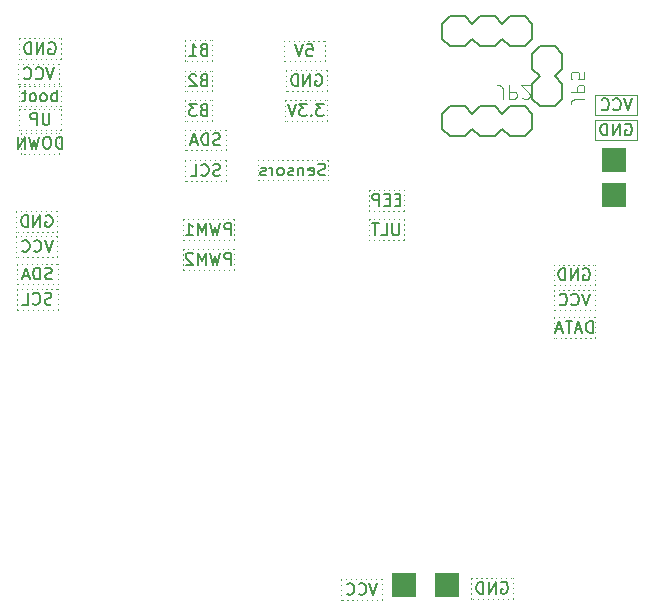
<source format=gbr>
%TF.GenerationSoftware,KiCad,Pcbnew,9.0.2*%
%TF.CreationDate,2025-05-23T14:51:07+09:00*%
%TF.ProjectId,__,78912e6b-6963-4616-945f-706362585858,rev?*%
%TF.SameCoordinates,Original*%
%TF.FileFunction,Legend,Bot*%
%TF.FilePolarity,Positive*%
%FSLAX46Y46*%
G04 Gerber Fmt 4.6, Leading zero omitted, Abs format (unit mm)*
G04 Created by KiCad (PCBNEW 9.0.2) date 2025-05-23 14:51:07*
%MOMM*%
%LPD*%
G01*
G04 APERTURE LIST*
%ADD10C,0.200000*%
%ADD11C,0.100000*%
%ADD12C,0.114300*%
%ADD13C,0.203200*%
%ADD14R,2.000000X2.000000*%
G04 APERTURE END LIST*
D10*
X19930951Y-25377219D02*
X19930951Y-24377219D01*
X19930951Y-24377219D02*
X19549999Y-24377219D01*
X19549999Y-24377219D02*
X19454761Y-24424838D01*
X19454761Y-24424838D02*
X19407142Y-24472457D01*
X19407142Y-24472457D02*
X19359523Y-24567695D01*
X19359523Y-24567695D02*
X19359523Y-24710552D01*
X19359523Y-24710552D02*
X19407142Y-24805790D01*
X19407142Y-24805790D02*
X19454761Y-24853409D01*
X19454761Y-24853409D02*
X19549999Y-24901028D01*
X19549999Y-24901028D02*
X19930951Y-24901028D01*
X19026189Y-24377219D02*
X18788094Y-25377219D01*
X18788094Y-25377219D02*
X18597618Y-24662933D01*
X18597618Y-24662933D02*
X18407142Y-25377219D01*
X18407142Y-25377219D02*
X18169047Y-24377219D01*
X17788094Y-25377219D02*
X17788094Y-24377219D01*
X17788094Y-24377219D02*
X17454761Y-25091504D01*
X17454761Y-25091504D02*
X17121428Y-24377219D01*
X17121428Y-24377219D02*
X17121428Y-25377219D01*
X16692856Y-24472457D02*
X16645237Y-24424838D01*
X16645237Y-24424838D02*
X16549999Y-24377219D01*
X16549999Y-24377219D02*
X16311904Y-24377219D01*
X16311904Y-24377219D02*
X16216666Y-24424838D01*
X16216666Y-24424838D02*
X16169047Y-24472457D01*
X16169047Y-24472457D02*
X16121428Y-24567695D01*
X16121428Y-24567695D02*
X16121428Y-24662933D01*
X16121428Y-24662933D02*
X16169047Y-24805790D01*
X16169047Y-24805790D02*
X16740475Y-25377219D01*
X16740475Y-25377219D02*
X16121428Y-25377219D01*
D11*
X15900000Y-24050000D02*
X15920000Y-24050000D01*
X16320000Y-24050000D02*
X16340000Y-24050000D01*
X16740000Y-24050000D02*
X16760000Y-24050000D01*
X17160000Y-24050000D02*
X17180000Y-24050000D01*
X17580000Y-24050000D02*
X17600000Y-24050000D01*
X18000000Y-24050000D02*
X18020000Y-24050000D01*
X18420000Y-24050000D02*
X18440000Y-24050000D01*
X18840000Y-24050000D02*
X18860000Y-24050000D01*
X19260000Y-24050000D02*
X19280000Y-24050000D01*
X19680000Y-24050000D02*
X19700000Y-24050000D01*
X20100000Y-24050000D02*
X20120000Y-24050000D01*
X20200000Y-24050000D02*
X20200000Y-24070000D01*
X20200000Y-24470000D02*
X20200000Y-24490000D01*
X20200000Y-24890000D02*
X20200000Y-24910000D01*
X20200000Y-25310000D02*
X20200000Y-25330000D01*
X20200000Y-25730000D02*
X20200000Y-25750000D01*
X20200000Y-25800000D02*
X20180000Y-25800000D01*
X19780000Y-25800000D02*
X19760000Y-25800000D01*
X19360000Y-25800000D02*
X19340000Y-25800000D01*
X18940000Y-25800000D02*
X18920000Y-25800000D01*
X18520000Y-25800000D02*
X18500000Y-25800000D01*
X18100000Y-25800000D02*
X18080000Y-25800000D01*
X17680000Y-25800000D02*
X17660000Y-25800000D01*
X17260000Y-25800000D02*
X17240000Y-25800000D01*
X16840000Y-25800000D02*
X16820000Y-25800000D01*
X16420000Y-25800000D02*
X16400000Y-25800000D01*
X16000000Y-25800000D02*
X15980000Y-25800000D01*
X15900000Y-25800000D02*
X15900000Y-25780000D01*
X15900000Y-25380000D02*
X15900000Y-25360000D01*
X15900000Y-24960000D02*
X15900000Y-24940000D01*
X15900000Y-24540000D02*
X15900000Y-24520000D01*
X15900000Y-24120000D02*
X15900000Y-24100000D01*
D10*
X19930951Y-22877219D02*
X19930951Y-21877219D01*
X19930951Y-21877219D02*
X19549999Y-21877219D01*
X19549999Y-21877219D02*
X19454761Y-21924838D01*
X19454761Y-21924838D02*
X19407142Y-21972457D01*
X19407142Y-21972457D02*
X19359523Y-22067695D01*
X19359523Y-22067695D02*
X19359523Y-22210552D01*
X19359523Y-22210552D02*
X19407142Y-22305790D01*
X19407142Y-22305790D02*
X19454761Y-22353409D01*
X19454761Y-22353409D02*
X19549999Y-22401028D01*
X19549999Y-22401028D02*
X19930951Y-22401028D01*
X19026189Y-21877219D02*
X18788094Y-22877219D01*
X18788094Y-22877219D02*
X18597618Y-22162933D01*
X18597618Y-22162933D02*
X18407142Y-22877219D01*
X18407142Y-22877219D02*
X18169047Y-21877219D01*
X17788094Y-22877219D02*
X17788094Y-21877219D01*
X17788094Y-21877219D02*
X17454761Y-22591504D01*
X17454761Y-22591504D02*
X17121428Y-21877219D01*
X17121428Y-21877219D02*
X17121428Y-22877219D01*
X16121428Y-22877219D02*
X16692856Y-22877219D01*
X16407142Y-22877219D02*
X16407142Y-21877219D01*
X16407142Y-21877219D02*
X16502380Y-22020076D01*
X16502380Y-22020076D02*
X16597618Y-22115314D01*
X16597618Y-22115314D02*
X16692856Y-22162933D01*
D11*
X15900000Y-21550000D02*
X15920000Y-21550000D01*
X16320000Y-21550000D02*
X16340000Y-21550000D01*
X16740000Y-21550000D02*
X16760000Y-21550000D01*
X17160000Y-21550000D02*
X17180000Y-21550000D01*
X17580000Y-21550000D02*
X17600000Y-21550000D01*
X18000000Y-21550000D02*
X18020000Y-21550000D01*
X18420000Y-21550000D02*
X18440000Y-21550000D01*
X18840000Y-21550000D02*
X18860000Y-21550000D01*
X19260000Y-21550000D02*
X19280000Y-21550000D01*
X19680000Y-21550000D02*
X19700000Y-21550000D01*
X20100000Y-21550000D02*
X20120000Y-21550000D01*
X20200000Y-21550000D02*
X20200000Y-21570000D01*
X20200000Y-21970000D02*
X20200000Y-21990000D01*
X20200000Y-22390000D02*
X20200000Y-22410000D01*
X20200000Y-22810000D02*
X20200000Y-22830000D01*
X20200000Y-23230000D02*
X20200000Y-23250000D01*
X20200000Y-23300000D02*
X20180000Y-23300000D01*
X19780000Y-23300000D02*
X19760000Y-23300000D01*
X19360000Y-23300000D02*
X19340000Y-23300000D01*
X18940000Y-23300000D02*
X18920000Y-23300000D01*
X18520000Y-23300000D02*
X18500000Y-23300000D01*
X18100000Y-23300000D02*
X18080000Y-23300000D01*
X17680000Y-23300000D02*
X17660000Y-23300000D01*
X17260000Y-23300000D02*
X17240000Y-23300000D01*
X16840000Y-23300000D02*
X16820000Y-23300000D01*
X16420000Y-23300000D02*
X16400000Y-23300000D01*
X16000000Y-23300000D02*
X15980000Y-23300000D01*
X15900000Y-23300000D02*
X15900000Y-23280000D01*
X15900000Y-22880000D02*
X15900000Y-22860000D01*
X15900000Y-22460000D02*
X15900000Y-22440000D01*
X15900000Y-22040000D02*
X15900000Y-22020000D01*
X15900000Y-21620000D02*
X15900000Y-21600000D01*
D10*
X18990475Y-17829600D02*
X18847618Y-17877219D01*
X18847618Y-17877219D02*
X18609523Y-17877219D01*
X18609523Y-17877219D02*
X18514285Y-17829600D01*
X18514285Y-17829600D02*
X18466666Y-17781980D01*
X18466666Y-17781980D02*
X18419047Y-17686742D01*
X18419047Y-17686742D02*
X18419047Y-17591504D01*
X18419047Y-17591504D02*
X18466666Y-17496266D01*
X18466666Y-17496266D02*
X18514285Y-17448647D01*
X18514285Y-17448647D02*
X18609523Y-17401028D01*
X18609523Y-17401028D02*
X18799999Y-17353409D01*
X18799999Y-17353409D02*
X18895237Y-17305790D01*
X18895237Y-17305790D02*
X18942856Y-17258171D01*
X18942856Y-17258171D02*
X18990475Y-17162933D01*
X18990475Y-17162933D02*
X18990475Y-17067695D01*
X18990475Y-17067695D02*
X18942856Y-16972457D01*
X18942856Y-16972457D02*
X18895237Y-16924838D01*
X18895237Y-16924838D02*
X18799999Y-16877219D01*
X18799999Y-16877219D02*
X18561904Y-16877219D01*
X18561904Y-16877219D02*
X18419047Y-16924838D01*
X17419047Y-17781980D02*
X17466666Y-17829600D01*
X17466666Y-17829600D02*
X17609523Y-17877219D01*
X17609523Y-17877219D02*
X17704761Y-17877219D01*
X17704761Y-17877219D02*
X17847618Y-17829600D01*
X17847618Y-17829600D02*
X17942856Y-17734361D01*
X17942856Y-17734361D02*
X17990475Y-17639123D01*
X17990475Y-17639123D02*
X18038094Y-17448647D01*
X18038094Y-17448647D02*
X18038094Y-17305790D01*
X18038094Y-17305790D02*
X17990475Y-17115314D01*
X17990475Y-17115314D02*
X17942856Y-17020076D01*
X17942856Y-17020076D02*
X17847618Y-16924838D01*
X17847618Y-16924838D02*
X17704761Y-16877219D01*
X17704761Y-16877219D02*
X17609523Y-16877219D01*
X17609523Y-16877219D02*
X17466666Y-16924838D01*
X17466666Y-16924838D02*
X17419047Y-16972457D01*
X16514285Y-17877219D02*
X16990475Y-17877219D01*
X16990475Y-17877219D02*
X16990475Y-16877219D01*
D11*
X16050000Y-16550000D02*
X16070000Y-16550000D01*
X16470000Y-16550000D02*
X16490000Y-16550000D01*
X16890000Y-16550000D02*
X16910000Y-16550000D01*
X17310000Y-16550000D02*
X17330000Y-16550000D01*
X17730000Y-16550000D02*
X17750000Y-16550000D01*
X18150000Y-16550000D02*
X18170000Y-16550000D01*
X18570000Y-16550000D02*
X18590000Y-16550000D01*
X18990000Y-16550000D02*
X19010000Y-16550000D01*
X19410000Y-16550000D02*
X19430000Y-16550000D01*
X19550000Y-16550000D02*
X19550000Y-16570000D01*
X19550000Y-16970000D02*
X19550000Y-16990000D01*
X19550000Y-17390000D02*
X19550000Y-17410000D01*
X19550000Y-17810000D02*
X19550000Y-17830000D01*
X19550000Y-18230000D02*
X19550000Y-18250000D01*
X19550000Y-18300000D02*
X19530000Y-18300000D01*
X19130000Y-18300000D02*
X19110000Y-18300000D01*
X18710000Y-18300000D02*
X18690000Y-18300000D01*
X18290000Y-18300000D02*
X18270000Y-18300000D01*
X17870000Y-18300000D02*
X17850000Y-18300000D01*
X17450000Y-18300000D02*
X17430000Y-18300000D01*
X17030000Y-18300000D02*
X17010000Y-18300000D01*
X16610000Y-18300000D02*
X16590000Y-18300000D01*
X16190000Y-18300000D02*
X16170000Y-18300000D01*
X16050000Y-18300000D02*
X16050000Y-18280000D01*
X16050000Y-17880000D02*
X16050000Y-17860000D01*
X16050000Y-17460000D02*
X16050000Y-17440000D01*
X16050000Y-17040000D02*
X16050000Y-17020000D01*
X16050000Y-16620000D02*
X16050000Y-16600000D01*
D10*
X19014285Y-15229600D02*
X18871428Y-15277219D01*
X18871428Y-15277219D02*
X18633333Y-15277219D01*
X18633333Y-15277219D02*
X18538095Y-15229600D01*
X18538095Y-15229600D02*
X18490476Y-15181980D01*
X18490476Y-15181980D02*
X18442857Y-15086742D01*
X18442857Y-15086742D02*
X18442857Y-14991504D01*
X18442857Y-14991504D02*
X18490476Y-14896266D01*
X18490476Y-14896266D02*
X18538095Y-14848647D01*
X18538095Y-14848647D02*
X18633333Y-14801028D01*
X18633333Y-14801028D02*
X18823809Y-14753409D01*
X18823809Y-14753409D02*
X18919047Y-14705790D01*
X18919047Y-14705790D02*
X18966666Y-14658171D01*
X18966666Y-14658171D02*
X19014285Y-14562933D01*
X19014285Y-14562933D02*
X19014285Y-14467695D01*
X19014285Y-14467695D02*
X18966666Y-14372457D01*
X18966666Y-14372457D02*
X18919047Y-14324838D01*
X18919047Y-14324838D02*
X18823809Y-14277219D01*
X18823809Y-14277219D02*
X18585714Y-14277219D01*
X18585714Y-14277219D02*
X18442857Y-14324838D01*
X18014285Y-15277219D02*
X18014285Y-14277219D01*
X18014285Y-14277219D02*
X17776190Y-14277219D01*
X17776190Y-14277219D02*
X17633333Y-14324838D01*
X17633333Y-14324838D02*
X17538095Y-14420076D01*
X17538095Y-14420076D02*
X17490476Y-14515314D01*
X17490476Y-14515314D02*
X17442857Y-14705790D01*
X17442857Y-14705790D02*
X17442857Y-14848647D01*
X17442857Y-14848647D02*
X17490476Y-15039123D01*
X17490476Y-15039123D02*
X17538095Y-15134361D01*
X17538095Y-15134361D02*
X17633333Y-15229600D01*
X17633333Y-15229600D02*
X17776190Y-15277219D01*
X17776190Y-15277219D02*
X18014285Y-15277219D01*
X17061904Y-14991504D02*
X16585714Y-14991504D01*
X17157142Y-15277219D02*
X16823809Y-14277219D01*
X16823809Y-14277219D02*
X16490476Y-15277219D01*
D11*
X16050000Y-13950000D02*
X16070000Y-13950000D01*
X16470000Y-13950000D02*
X16490000Y-13950000D01*
X16890000Y-13950000D02*
X16910000Y-13950000D01*
X17310000Y-13950000D02*
X17330000Y-13950000D01*
X17730000Y-13950000D02*
X17750000Y-13950000D01*
X18150000Y-13950000D02*
X18170000Y-13950000D01*
X18570000Y-13950000D02*
X18590000Y-13950000D01*
X18990000Y-13950000D02*
X19010000Y-13950000D01*
X19410000Y-13950000D02*
X19430000Y-13950000D01*
X19550000Y-13950000D02*
X19550000Y-13970000D01*
X19550000Y-14370000D02*
X19550000Y-14390000D01*
X19550000Y-14790000D02*
X19550000Y-14810000D01*
X19550000Y-15210000D02*
X19550000Y-15230000D01*
X19550000Y-15630000D02*
X19550000Y-15650000D01*
X19550000Y-15700000D02*
X19530000Y-15700000D01*
X19130000Y-15700000D02*
X19110000Y-15700000D01*
X18710000Y-15700000D02*
X18690000Y-15700000D01*
X18290000Y-15700000D02*
X18270000Y-15700000D01*
X17870000Y-15700000D02*
X17850000Y-15700000D01*
X17450000Y-15700000D02*
X17430000Y-15700000D01*
X17030000Y-15700000D02*
X17010000Y-15700000D01*
X16610000Y-15700000D02*
X16590000Y-15700000D01*
X16190000Y-15700000D02*
X16170000Y-15700000D01*
X16050000Y-15700000D02*
X16050000Y-15680000D01*
X16050000Y-15280000D02*
X16050000Y-15260000D01*
X16050000Y-14860000D02*
X16050000Y-14840000D01*
X16050000Y-14440000D02*
X16050000Y-14420000D01*
X16050000Y-14020000D02*
X16050000Y-14000000D01*
D10*
X17604761Y-12253409D02*
X17461904Y-12301028D01*
X17461904Y-12301028D02*
X17414285Y-12348647D01*
X17414285Y-12348647D02*
X17366666Y-12443885D01*
X17366666Y-12443885D02*
X17366666Y-12586742D01*
X17366666Y-12586742D02*
X17414285Y-12681980D01*
X17414285Y-12681980D02*
X17461904Y-12729600D01*
X17461904Y-12729600D02*
X17557142Y-12777219D01*
X17557142Y-12777219D02*
X17938094Y-12777219D01*
X17938094Y-12777219D02*
X17938094Y-11777219D01*
X17938094Y-11777219D02*
X17604761Y-11777219D01*
X17604761Y-11777219D02*
X17509523Y-11824838D01*
X17509523Y-11824838D02*
X17461904Y-11872457D01*
X17461904Y-11872457D02*
X17414285Y-11967695D01*
X17414285Y-11967695D02*
X17414285Y-12062933D01*
X17414285Y-12062933D02*
X17461904Y-12158171D01*
X17461904Y-12158171D02*
X17509523Y-12205790D01*
X17509523Y-12205790D02*
X17604761Y-12253409D01*
X17604761Y-12253409D02*
X17938094Y-12253409D01*
X17033332Y-11777219D02*
X16414285Y-11777219D01*
X16414285Y-11777219D02*
X16747618Y-12158171D01*
X16747618Y-12158171D02*
X16604761Y-12158171D01*
X16604761Y-12158171D02*
X16509523Y-12205790D01*
X16509523Y-12205790D02*
X16461904Y-12253409D01*
X16461904Y-12253409D02*
X16414285Y-12348647D01*
X16414285Y-12348647D02*
X16414285Y-12586742D01*
X16414285Y-12586742D02*
X16461904Y-12681980D01*
X16461904Y-12681980D02*
X16509523Y-12729600D01*
X16509523Y-12729600D02*
X16604761Y-12777219D01*
X16604761Y-12777219D02*
X16890475Y-12777219D01*
X16890475Y-12777219D02*
X16985713Y-12729600D01*
X16985713Y-12729600D02*
X17033332Y-12681980D01*
D11*
X16050000Y-11450000D02*
X16070000Y-11450000D01*
X16470000Y-11450000D02*
X16490000Y-11450000D01*
X16890000Y-11450000D02*
X16910000Y-11450000D01*
X17310000Y-11450000D02*
X17330000Y-11450000D01*
X17730000Y-11450000D02*
X17750000Y-11450000D01*
X18150000Y-11450000D02*
X18170000Y-11450000D01*
X18350000Y-11450000D02*
X18350000Y-11470000D01*
X18350000Y-11870000D02*
X18350000Y-11890000D01*
X18350000Y-12290000D02*
X18350000Y-12310000D01*
X18350000Y-12710000D02*
X18350000Y-12730000D01*
X18350000Y-13130000D02*
X18350000Y-13150000D01*
X18350000Y-13200000D02*
X18330000Y-13200000D01*
X17930000Y-13200000D02*
X17910000Y-13200000D01*
X17510000Y-13200000D02*
X17490000Y-13200000D01*
X17090000Y-13200000D02*
X17070000Y-13200000D01*
X16670000Y-13200000D02*
X16650000Y-13200000D01*
X16250000Y-13200000D02*
X16230000Y-13200000D01*
X16050000Y-13200000D02*
X16050000Y-13180000D01*
X16050000Y-12780000D02*
X16050000Y-12760000D01*
X16050000Y-12360000D02*
X16050000Y-12340000D01*
X16050000Y-11940000D02*
X16050000Y-11920000D01*
X16050000Y-11520000D02*
X16050000Y-11500000D01*
D10*
X17604761Y-9753409D02*
X17461904Y-9801028D01*
X17461904Y-9801028D02*
X17414285Y-9848647D01*
X17414285Y-9848647D02*
X17366666Y-9943885D01*
X17366666Y-9943885D02*
X17366666Y-10086742D01*
X17366666Y-10086742D02*
X17414285Y-10181980D01*
X17414285Y-10181980D02*
X17461904Y-10229600D01*
X17461904Y-10229600D02*
X17557142Y-10277219D01*
X17557142Y-10277219D02*
X17938094Y-10277219D01*
X17938094Y-10277219D02*
X17938094Y-9277219D01*
X17938094Y-9277219D02*
X17604761Y-9277219D01*
X17604761Y-9277219D02*
X17509523Y-9324838D01*
X17509523Y-9324838D02*
X17461904Y-9372457D01*
X17461904Y-9372457D02*
X17414285Y-9467695D01*
X17414285Y-9467695D02*
X17414285Y-9562933D01*
X17414285Y-9562933D02*
X17461904Y-9658171D01*
X17461904Y-9658171D02*
X17509523Y-9705790D01*
X17509523Y-9705790D02*
X17604761Y-9753409D01*
X17604761Y-9753409D02*
X17938094Y-9753409D01*
X16985713Y-9372457D02*
X16938094Y-9324838D01*
X16938094Y-9324838D02*
X16842856Y-9277219D01*
X16842856Y-9277219D02*
X16604761Y-9277219D01*
X16604761Y-9277219D02*
X16509523Y-9324838D01*
X16509523Y-9324838D02*
X16461904Y-9372457D01*
X16461904Y-9372457D02*
X16414285Y-9467695D01*
X16414285Y-9467695D02*
X16414285Y-9562933D01*
X16414285Y-9562933D02*
X16461904Y-9705790D01*
X16461904Y-9705790D02*
X17033332Y-10277219D01*
X17033332Y-10277219D02*
X16414285Y-10277219D01*
D11*
X16050000Y-8950000D02*
X16070000Y-8950000D01*
X16470000Y-8950000D02*
X16490000Y-8950000D01*
X16890000Y-8950000D02*
X16910000Y-8950000D01*
X17310000Y-8950000D02*
X17330000Y-8950000D01*
X17730000Y-8950000D02*
X17750000Y-8950000D01*
X18150000Y-8950000D02*
X18170000Y-8950000D01*
X18350000Y-8950000D02*
X18350000Y-8970000D01*
X18350000Y-9370000D02*
X18350000Y-9390000D01*
X18350000Y-9790000D02*
X18350000Y-9810000D01*
X18350000Y-10210000D02*
X18350000Y-10230000D01*
X18350000Y-10630000D02*
X18350000Y-10650000D01*
X18350000Y-10700000D02*
X18330000Y-10700000D01*
X17930000Y-10700000D02*
X17910000Y-10700000D01*
X17510000Y-10700000D02*
X17490000Y-10700000D01*
X17090000Y-10700000D02*
X17070000Y-10700000D01*
X16670000Y-10700000D02*
X16650000Y-10700000D01*
X16250000Y-10700000D02*
X16230000Y-10700000D01*
X16050000Y-10700000D02*
X16050000Y-10680000D01*
X16050000Y-10280000D02*
X16050000Y-10260000D01*
X16050000Y-9860000D02*
X16050000Y-9840000D01*
X16050000Y-9440000D02*
X16050000Y-9420000D01*
X16050000Y-9020000D02*
X16050000Y-9000000D01*
D10*
X17604761Y-7153409D02*
X17461904Y-7201028D01*
X17461904Y-7201028D02*
X17414285Y-7248647D01*
X17414285Y-7248647D02*
X17366666Y-7343885D01*
X17366666Y-7343885D02*
X17366666Y-7486742D01*
X17366666Y-7486742D02*
X17414285Y-7581980D01*
X17414285Y-7581980D02*
X17461904Y-7629600D01*
X17461904Y-7629600D02*
X17557142Y-7677219D01*
X17557142Y-7677219D02*
X17938094Y-7677219D01*
X17938094Y-7677219D02*
X17938094Y-6677219D01*
X17938094Y-6677219D02*
X17604761Y-6677219D01*
X17604761Y-6677219D02*
X17509523Y-6724838D01*
X17509523Y-6724838D02*
X17461904Y-6772457D01*
X17461904Y-6772457D02*
X17414285Y-6867695D01*
X17414285Y-6867695D02*
X17414285Y-6962933D01*
X17414285Y-6962933D02*
X17461904Y-7058171D01*
X17461904Y-7058171D02*
X17509523Y-7105790D01*
X17509523Y-7105790D02*
X17604761Y-7153409D01*
X17604761Y-7153409D02*
X17938094Y-7153409D01*
X16414285Y-7677219D02*
X16985713Y-7677219D01*
X16699999Y-7677219D02*
X16699999Y-6677219D01*
X16699999Y-6677219D02*
X16795237Y-6820076D01*
X16795237Y-6820076D02*
X16890475Y-6915314D01*
X16890475Y-6915314D02*
X16985713Y-6962933D01*
D11*
X16050000Y-6350000D02*
X16070000Y-6350000D01*
X16470000Y-6350000D02*
X16490000Y-6350000D01*
X16890000Y-6350000D02*
X16910000Y-6350000D01*
X17310000Y-6350000D02*
X17330000Y-6350000D01*
X17730000Y-6350000D02*
X17750000Y-6350000D01*
X18150000Y-6350000D02*
X18170000Y-6350000D01*
X18350000Y-6350000D02*
X18350000Y-6370000D01*
X18350000Y-6770000D02*
X18350000Y-6790000D01*
X18350000Y-7190000D02*
X18350000Y-7210000D01*
X18350000Y-7610000D02*
X18350000Y-7630000D01*
X18350000Y-8030000D02*
X18350000Y-8050000D01*
X18350000Y-8100000D02*
X18330000Y-8100000D01*
X17930000Y-8100000D02*
X17910000Y-8100000D01*
X17510000Y-8100000D02*
X17490000Y-8100000D01*
X17090000Y-8100000D02*
X17070000Y-8100000D01*
X16670000Y-8100000D02*
X16650000Y-8100000D01*
X16250000Y-8100000D02*
X16230000Y-8100000D01*
X16050000Y-8100000D02*
X16050000Y-8080000D01*
X16050000Y-7680000D02*
X16050000Y-7660000D01*
X16050000Y-7260000D02*
X16050000Y-7240000D01*
X16050000Y-6840000D02*
X16050000Y-6820000D01*
X16050000Y-6420000D02*
X16050000Y-6400000D01*
D10*
X34171428Y-21877219D02*
X34171428Y-22686742D01*
X34171428Y-22686742D02*
X34123809Y-22781980D01*
X34123809Y-22781980D02*
X34076190Y-22829600D01*
X34076190Y-22829600D02*
X33980952Y-22877219D01*
X33980952Y-22877219D02*
X33790476Y-22877219D01*
X33790476Y-22877219D02*
X33695238Y-22829600D01*
X33695238Y-22829600D02*
X33647619Y-22781980D01*
X33647619Y-22781980D02*
X33600000Y-22686742D01*
X33600000Y-22686742D02*
X33600000Y-21877219D01*
X32647619Y-22877219D02*
X33123809Y-22877219D01*
X33123809Y-22877219D02*
X33123809Y-21877219D01*
X32457142Y-21877219D02*
X31885714Y-21877219D01*
X32171428Y-22877219D02*
X32171428Y-21877219D01*
D11*
X31650000Y-21550000D02*
X31670000Y-21550000D01*
X32070000Y-21550000D02*
X32090000Y-21550000D01*
X32490000Y-21550000D02*
X32510000Y-21550000D01*
X32910000Y-21550000D02*
X32930000Y-21550000D01*
X33330000Y-21550000D02*
X33350000Y-21550000D01*
X33750000Y-21550000D02*
X33770000Y-21550000D01*
X34170000Y-21550000D02*
X34190000Y-21550000D01*
X34550000Y-21550000D02*
X34550000Y-21570000D01*
X34550000Y-21970000D02*
X34550000Y-21990000D01*
X34550000Y-22390000D02*
X34550000Y-22410000D01*
X34550000Y-22810000D02*
X34550000Y-22830000D01*
X34550000Y-23230000D02*
X34550000Y-23250000D01*
X34550000Y-23300000D02*
X34530000Y-23300000D01*
X34130000Y-23300000D02*
X34110000Y-23300000D01*
X33710000Y-23300000D02*
X33690000Y-23300000D01*
X33290000Y-23300000D02*
X33270000Y-23300000D01*
X32870000Y-23300000D02*
X32850000Y-23300000D01*
X32450000Y-23300000D02*
X32430000Y-23300000D01*
X32030000Y-23300000D02*
X32010000Y-23300000D01*
X31650000Y-23300000D02*
X31650000Y-23280000D01*
X31650000Y-22880000D02*
X31650000Y-22860000D01*
X31650000Y-22460000D02*
X31650000Y-22440000D01*
X31650000Y-22040000D02*
X31650000Y-22020000D01*
X31650000Y-21620000D02*
X31650000Y-21600000D01*
D10*
X34266666Y-19853409D02*
X33933333Y-19853409D01*
X33790476Y-20377219D02*
X34266666Y-20377219D01*
X34266666Y-20377219D02*
X34266666Y-19377219D01*
X34266666Y-19377219D02*
X33790476Y-19377219D01*
X33361904Y-19853409D02*
X33028571Y-19853409D01*
X32885714Y-20377219D02*
X33361904Y-20377219D01*
X33361904Y-20377219D02*
X33361904Y-19377219D01*
X33361904Y-19377219D02*
X32885714Y-19377219D01*
X32457142Y-20377219D02*
X32457142Y-19377219D01*
X32457142Y-19377219D02*
X32076190Y-19377219D01*
X32076190Y-19377219D02*
X31980952Y-19424838D01*
X31980952Y-19424838D02*
X31933333Y-19472457D01*
X31933333Y-19472457D02*
X31885714Y-19567695D01*
X31885714Y-19567695D02*
X31885714Y-19710552D01*
X31885714Y-19710552D02*
X31933333Y-19805790D01*
X31933333Y-19805790D02*
X31980952Y-19853409D01*
X31980952Y-19853409D02*
X32076190Y-19901028D01*
X32076190Y-19901028D02*
X32457142Y-19901028D01*
D11*
X31650000Y-19050000D02*
X31670000Y-19050000D01*
X32070000Y-19050000D02*
X32090000Y-19050000D01*
X32490000Y-19050000D02*
X32510000Y-19050000D01*
X32910000Y-19050000D02*
X32930000Y-19050000D01*
X33330000Y-19050000D02*
X33350000Y-19050000D01*
X33750000Y-19050000D02*
X33770000Y-19050000D01*
X34170000Y-19050000D02*
X34190000Y-19050000D01*
X34550000Y-19050000D02*
X34550000Y-19070000D01*
X34550000Y-19470000D02*
X34550000Y-19490000D01*
X34550000Y-19890000D02*
X34550000Y-19910000D01*
X34550000Y-20310000D02*
X34550000Y-20330000D01*
X34550000Y-20730000D02*
X34550000Y-20750000D01*
X34550000Y-20800000D02*
X34530000Y-20800000D01*
X34130000Y-20800000D02*
X34110000Y-20800000D01*
X33710000Y-20800000D02*
X33690000Y-20800000D01*
X33290000Y-20800000D02*
X33270000Y-20800000D01*
X32870000Y-20800000D02*
X32850000Y-20800000D01*
X32450000Y-20800000D02*
X32430000Y-20800000D01*
X32030000Y-20800000D02*
X32010000Y-20800000D01*
X31650000Y-20800000D02*
X31650000Y-20780000D01*
X31650000Y-20380000D02*
X31650000Y-20360000D01*
X31650000Y-19960000D02*
X31650000Y-19940000D01*
X31650000Y-19540000D02*
X31650000Y-19520000D01*
X31650000Y-19120000D02*
X31650000Y-19100000D01*
D10*
X27913095Y-17779600D02*
X27770238Y-17827219D01*
X27770238Y-17827219D02*
X27532143Y-17827219D01*
X27532143Y-17827219D02*
X27436905Y-17779600D01*
X27436905Y-17779600D02*
X27389286Y-17731980D01*
X27389286Y-17731980D02*
X27341667Y-17636742D01*
X27341667Y-17636742D02*
X27341667Y-17541504D01*
X27341667Y-17541504D02*
X27389286Y-17446266D01*
X27389286Y-17446266D02*
X27436905Y-17398647D01*
X27436905Y-17398647D02*
X27532143Y-17351028D01*
X27532143Y-17351028D02*
X27722619Y-17303409D01*
X27722619Y-17303409D02*
X27817857Y-17255790D01*
X27817857Y-17255790D02*
X27865476Y-17208171D01*
X27865476Y-17208171D02*
X27913095Y-17112933D01*
X27913095Y-17112933D02*
X27913095Y-17017695D01*
X27913095Y-17017695D02*
X27865476Y-16922457D01*
X27865476Y-16922457D02*
X27817857Y-16874838D01*
X27817857Y-16874838D02*
X27722619Y-16827219D01*
X27722619Y-16827219D02*
X27484524Y-16827219D01*
X27484524Y-16827219D02*
X27341667Y-16874838D01*
X26532143Y-17779600D02*
X26627381Y-17827219D01*
X26627381Y-17827219D02*
X26817857Y-17827219D01*
X26817857Y-17827219D02*
X26913095Y-17779600D01*
X26913095Y-17779600D02*
X26960714Y-17684361D01*
X26960714Y-17684361D02*
X26960714Y-17303409D01*
X26960714Y-17303409D02*
X26913095Y-17208171D01*
X26913095Y-17208171D02*
X26817857Y-17160552D01*
X26817857Y-17160552D02*
X26627381Y-17160552D01*
X26627381Y-17160552D02*
X26532143Y-17208171D01*
X26532143Y-17208171D02*
X26484524Y-17303409D01*
X26484524Y-17303409D02*
X26484524Y-17398647D01*
X26484524Y-17398647D02*
X26960714Y-17493885D01*
X26055952Y-17160552D02*
X26055952Y-17827219D01*
X26055952Y-17255790D02*
X26008333Y-17208171D01*
X26008333Y-17208171D02*
X25913095Y-17160552D01*
X25913095Y-17160552D02*
X25770238Y-17160552D01*
X25770238Y-17160552D02*
X25675000Y-17208171D01*
X25675000Y-17208171D02*
X25627381Y-17303409D01*
X25627381Y-17303409D02*
X25627381Y-17827219D01*
X25198809Y-17779600D02*
X25103571Y-17827219D01*
X25103571Y-17827219D02*
X24913095Y-17827219D01*
X24913095Y-17827219D02*
X24817857Y-17779600D01*
X24817857Y-17779600D02*
X24770238Y-17684361D01*
X24770238Y-17684361D02*
X24770238Y-17636742D01*
X24770238Y-17636742D02*
X24817857Y-17541504D01*
X24817857Y-17541504D02*
X24913095Y-17493885D01*
X24913095Y-17493885D02*
X25055952Y-17493885D01*
X25055952Y-17493885D02*
X25151190Y-17446266D01*
X25151190Y-17446266D02*
X25198809Y-17351028D01*
X25198809Y-17351028D02*
X25198809Y-17303409D01*
X25198809Y-17303409D02*
X25151190Y-17208171D01*
X25151190Y-17208171D02*
X25055952Y-17160552D01*
X25055952Y-17160552D02*
X24913095Y-17160552D01*
X24913095Y-17160552D02*
X24817857Y-17208171D01*
X24198809Y-17827219D02*
X24294047Y-17779600D01*
X24294047Y-17779600D02*
X24341666Y-17731980D01*
X24341666Y-17731980D02*
X24389285Y-17636742D01*
X24389285Y-17636742D02*
X24389285Y-17351028D01*
X24389285Y-17351028D02*
X24341666Y-17255790D01*
X24341666Y-17255790D02*
X24294047Y-17208171D01*
X24294047Y-17208171D02*
X24198809Y-17160552D01*
X24198809Y-17160552D02*
X24055952Y-17160552D01*
X24055952Y-17160552D02*
X23960714Y-17208171D01*
X23960714Y-17208171D02*
X23913095Y-17255790D01*
X23913095Y-17255790D02*
X23865476Y-17351028D01*
X23865476Y-17351028D02*
X23865476Y-17636742D01*
X23865476Y-17636742D02*
X23913095Y-17731980D01*
X23913095Y-17731980D02*
X23960714Y-17779600D01*
X23960714Y-17779600D02*
X24055952Y-17827219D01*
X24055952Y-17827219D02*
X24198809Y-17827219D01*
X23436904Y-17827219D02*
X23436904Y-17160552D01*
X23436904Y-17351028D02*
X23389285Y-17255790D01*
X23389285Y-17255790D02*
X23341666Y-17208171D01*
X23341666Y-17208171D02*
X23246428Y-17160552D01*
X23246428Y-17160552D02*
X23151190Y-17160552D01*
X22865475Y-17779600D02*
X22770237Y-17827219D01*
X22770237Y-17827219D02*
X22579761Y-17827219D01*
X22579761Y-17827219D02*
X22484523Y-17779600D01*
X22484523Y-17779600D02*
X22436904Y-17684361D01*
X22436904Y-17684361D02*
X22436904Y-17636742D01*
X22436904Y-17636742D02*
X22484523Y-17541504D01*
X22484523Y-17541504D02*
X22579761Y-17493885D01*
X22579761Y-17493885D02*
X22722618Y-17493885D01*
X22722618Y-17493885D02*
X22817856Y-17446266D01*
X22817856Y-17446266D02*
X22865475Y-17351028D01*
X22865475Y-17351028D02*
X22865475Y-17303409D01*
X22865475Y-17303409D02*
X22817856Y-17208171D01*
X22817856Y-17208171D02*
X22722618Y-17160552D01*
X22722618Y-17160552D02*
X22579761Y-17160552D01*
X22579761Y-17160552D02*
X22484523Y-17208171D01*
D11*
X22200000Y-16550000D02*
X22220000Y-16550000D01*
X22620000Y-16550000D02*
X22640000Y-16550000D01*
X23040000Y-16550000D02*
X23060000Y-16550000D01*
X23460000Y-16550000D02*
X23480000Y-16550000D01*
X23880000Y-16550000D02*
X23900000Y-16550000D01*
X24300000Y-16550000D02*
X24320000Y-16550000D01*
X24720000Y-16550000D02*
X24740000Y-16550000D01*
X25140000Y-16550000D02*
X25160000Y-16550000D01*
X25560000Y-16550000D02*
X25580000Y-16550000D01*
X25980000Y-16550000D02*
X26000000Y-16550000D01*
X26400000Y-16550000D02*
X26420000Y-16550000D01*
X26820000Y-16550000D02*
X26840000Y-16550000D01*
X27240000Y-16550000D02*
X27260000Y-16550000D01*
X27660000Y-16550000D02*
X27680000Y-16550000D01*
X28080000Y-16550000D02*
X28100000Y-16550000D01*
X28150000Y-16550000D02*
X28150000Y-16570000D01*
X28150000Y-16970000D02*
X28150000Y-16990000D01*
X28150000Y-17390000D02*
X28150000Y-17410000D01*
X28150000Y-17810000D02*
X28150000Y-17830000D01*
X28150000Y-18200000D02*
X28130000Y-18200000D01*
X27730000Y-18200000D02*
X27710000Y-18200000D01*
X27310000Y-18200000D02*
X27290000Y-18200000D01*
X26890000Y-18200000D02*
X26870000Y-18200000D01*
X26470000Y-18200000D02*
X26450000Y-18200000D01*
X26050000Y-18200000D02*
X26030000Y-18200000D01*
X25630000Y-18200000D02*
X25610000Y-18200000D01*
X25210000Y-18200000D02*
X25190000Y-18200000D01*
X24790000Y-18200000D02*
X24770000Y-18200000D01*
X24370000Y-18200000D02*
X24350000Y-18200000D01*
X23950000Y-18200000D02*
X23930000Y-18200000D01*
X23530000Y-18200000D02*
X23510000Y-18200000D01*
X23110000Y-18200000D02*
X23090000Y-18200000D01*
X22690000Y-18200000D02*
X22670000Y-18200000D01*
X22270000Y-18200000D02*
X22250000Y-18200000D01*
X22200000Y-18200000D02*
X22200000Y-18180000D01*
X22200000Y-17780000D02*
X22200000Y-17760000D01*
X22200000Y-17360000D02*
X22200000Y-17340000D01*
X22200000Y-16940000D02*
X22200000Y-16920000D01*
D10*
X27776189Y-11777219D02*
X27157142Y-11777219D01*
X27157142Y-11777219D02*
X27490475Y-12158171D01*
X27490475Y-12158171D02*
X27347618Y-12158171D01*
X27347618Y-12158171D02*
X27252380Y-12205790D01*
X27252380Y-12205790D02*
X27204761Y-12253409D01*
X27204761Y-12253409D02*
X27157142Y-12348647D01*
X27157142Y-12348647D02*
X27157142Y-12586742D01*
X27157142Y-12586742D02*
X27204761Y-12681980D01*
X27204761Y-12681980D02*
X27252380Y-12729600D01*
X27252380Y-12729600D02*
X27347618Y-12777219D01*
X27347618Y-12777219D02*
X27633332Y-12777219D01*
X27633332Y-12777219D02*
X27728570Y-12729600D01*
X27728570Y-12729600D02*
X27776189Y-12681980D01*
X26728570Y-12681980D02*
X26680951Y-12729600D01*
X26680951Y-12729600D02*
X26728570Y-12777219D01*
X26728570Y-12777219D02*
X26776189Y-12729600D01*
X26776189Y-12729600D02*
X26728570Y-12681980D01*
X26728570Y-12681980D02*
X26728570Y-12777219D01*
X26347618Y-11777219D02*
X25728571Y-11777219D01*
X25728571Y-11777219D02*
X26061904Y-12158171D01*
X26061904Y-12158171D02*
X25919047Y-12158171D01*
X25919047Y-12158171D02*
X25823809Y-12205790D01*
X25823809Y-12205790D02*
X25776190Y-12253409D01*
X25776190Y-12253409D02*
X25728571Y-12348647D01*
X25728571Y-12348647D02*
X25728571Y-12586742D01*
X25728571Y-12586742D02*
X25776190Y-12681980D01*
X25776190Y-12681980D02*
X25823809Y-12729600D01*
X25823809Y-12729600D02*
X25919047Y-12777219D01*
X25919047Y-12777219D02*
X26204761Y-12777219D01*
X26204761Y-12777219D02*
X26299999Y-12729600D01*
X26299999Y-12729600D02*
X26347618Y-12681980D01*
X25442856Y-11777219D02*
X25109523Y-12777219D01*
X25109523Y-12777219D02*
X24776190Y-11777219D01*
D11*
X24550000Y-11450000D02*
X24570000Y-11450000D01*
X24970000Y-11450000D02*
X24990000Y-11450000D01*
X25390000Y-11450000D02*
X25410000Y-11450000D01*
X25810000Y-11450000D02*
X25830000Y-11450000D01*
X26230000Y-11450000D02*
X26250000Y-11450000D01*
X26650000Y-11450000D02*
X26670000Y-11450000D01*
X27070000Y-11450000D02*
X27090000Y-11450000D01*
X27490000Y-11450000D02*
X27510000Y-11450000D01*
X27910000Y-11450000D02*
X27930000Y-11450000D01*
X28050000Y-11450000D02*
X28050000Y-11470000D01*
X28050000Y-11870000D02*
X28050000Y-11890000D01*
X28050000Y-12290000D02*
X28050000Y-12310000D01*
X28050000Y-12710000D02*
X28050000Y-12730000D01*
X28050000Y-13130000D02*
X28050000Y-13150000D01*
X28050000Y-13200000D02*
X28030000Y-13200000D01*
X27630000Y-13200000D02*
X27610000Y-13200000D01*
X27210000Y-13200000D02*
X27190000Y-13200000D01*
X26790000Y-13200000D02*
X26770000Y-13200000D01*
X26370000Y-13200000D02*
X26350000Y-13200000D01*
X25950000Y-13200000D02*
X25930000Y-13200000D01*
X25530000Y-13200000D02*
X25510000Y-13200000D01*
X25110000Y-13200000D02*
X25090000Y-13200000D01*
X24690000Y-13200000D02*
X24670000Y-13200000D01*
X24550000Y-13200000D02*
X24550000Y-13180000D01*
X24550000Y-12780000D02*
X24550000Y-12760000D01*
X24550000Y-12360000D02*
X24550000Y-12340000D01*
X24550000Y-11940000D02*
X24550000Y-11920000D01*
X24550000Y-11520000D02*
X24550000Y-11500000D01*
D10*
X50549999Y-31157219D02*
X50549999Y-30157219D01*
X50549999Y-30157219D02*
X50311904Y-30157219D01*
X50311904Y-30157219D02*
X50169047Y-30204838D01*
X50169047Y-30204838D02*
X50073809Y-30300076D01*
X50073809Y-30300076D02*
X50026190Y-30395314D01*
X50026190Y-30395314D02*
X49978571Y-30585790D01*
X49978571Y-30585790D02*
X49978571Y-30728647D01*
X49978571Y-30728647D02*
X50026190Y-30919123D01*
X50026190Y-30919123D02*
X50073809Y-31014361D01*
X50073809Y-31014361D02*
X50169047Y-31109600D01*
X50169047Y-31109600D02*
X50311904Y-31157219D01*
X50311904Y-31157219D02*
X50549999Y-31157219D01*
X49597618Y-30871504D02*
X49121428Y-30871504D01*
X49692856Y-31157219D02*
X49359523Y-30157219D01*
X49359523Y-30157219D02*
X49026190Y-31157219D01*
X48835713Y-30157219D02*
X48264285Y-30157219D01*
X48549999Y-31157219D02*
X48549999Y-30157219D01*
X47978570Y-30871504D02*
X47502380Y-30871504D01*
X48073808Y-31157219D02*
X47740475Y-30157219D01*
X47740475Y-30157219D02*
X47407142Y-31157219D01*
D11*
X47300000Y-29830000D02*
X47320000Y-29830000D01*
X47720000Y-29830000D02*
X47740000Y-29830000D01*
X48140000Y-29830000D02*
X48160000Y-29830000D01*
X48560000Y-29830000D02*
X48580000Y-29830000D01*
X48980000Y-29830000D02*
X49000000Y-29830000D01*
X49400000Y-29830000D02*
X49420000Y-29830000D01*
X49820000Y-29830000D02*
X49840000Y-29830000D01*
X50240000Y-29830000D02*
X50260000Y-29830000D01*
X50660000Y-29830000D02*
X50680000Y-29830000D01*
X50800000Y-29830000D02*
X50800000Y-29850000D01*
X50800000Y-30250000D02*
X50800000Y-30270000D01*
X50800000Y-30670000D02*
X50800000Y-30690000D01*
X50800000Y-31090000D02*
X50800000Y-31110000D01*
X50800000Y-31510000D02*
X50800000Y-31530000D01*
X50800000Y-31580000D02*
X50780000Y-31580000D01*
X50380000Y-31580000D02*
X50360000Y-31580000D01*
X49960000Y-31580000D02*
X49940000Y-31580000D01*
X49540000Y-31580000D02*
X49520000Y-31580000D01*
X49120000Y-31580000D02*
X49100000Y-31580000D01*
X48700000Y-31580000D02*
X48680000Y-31580000D01*
X48280000Y-31580000D02*
X48260000Y-31580000D01*
X47860000Y-31580000D02*
X47840000Y-31580000D01*
X47440000Y-31580000D02*
X47420000Y-31580000D01*
X47300000Y-31580000D02*
X47300000Y-31560000D01*
X47300000Y-31160000D02*
X47300000Y-31140000D01*
X47300000Y-30740000D02*
X47300000Y-30720000D01*
X47300000Y-30320000D02*
X47300000Y-30300000D01*
X47300000Y-29900000D02*
X47300000Y-29880000D01*
D10*
X50333332Y-27832219D02*
X49999999Y-28832219D01*
X49999999Y-28832219D02*
X49666666Y-27832219D01*
X48761904Y-28736980D02*
X48809523Y-28784600D01*
X48809523Y-28784600D02*
X48952380Y-28832219D01*
X48952380Y-28832219D02*
X49047618Y-28832219D01*
X49047618Y-28832219D02*
X49190475Y-28784600D01*
X49190475Y-28784600D02*
X49285713Y-28689361D01*
X49285713Y-28689361D02*
X49333332Y-28594123D01*
X49333332Y-28594123D02*
X49380951Y-28403647D01*
X49380951Y-28403647D02*
X49380951Y-28260790D01*
X49380951Y-28260790D02*
X49333332Y-28070314D01*
X49333332Y-28070314D02*
X49285713Y-27975076D01*
X49285713Y-27975076D02*
X49190475Y-27879838D01*
X49190475Y-27879838D02*
X49047618Y-27832219D01*
X49047618Y-27832219D02*
X48952380Y-27832219D01*
X48952380Y-27832219D02*
X48809523Y-27879838D01*
X48809523Y-27879838D02*
X48761904Y-27927457D01*
X47761904Y-28736980D02*
X47809523Y-28784600D01*
X47809523Y-28784600D02*
X47952380Y-28832219D01*
X47952380Y-28832219D02*
X48047618Y-28832219D01*
X48047618Y-28832219D02*
X48190475Y-28784600D01*
X48190475Y-28784600D02*
X48285713Y-28689361D01*
X48285713Y-28689361D02*
X48333332Y-28594123D01*
X48333332Y-28594123D02*
X48380951Y-28403647D01*
X48380951Y-28403647D02*
X48380951Y-28260790D01*
X48380951Y-28260790D02*
X48333332Y-28070314D01*
X48333332Y-28070314D02*
X48285713Y-27975076D01*
X48285713Y-27975076D02*
X48190475Y-27879838D01*
X48190475Y-27879838D02*
X48047618Y-27832219D01*
X48047618Y-27832219D02*
X47952380Y-27832219D01*
X47952380Y-27832219D02*
X47809523Y-27879838D01*
X47809523Y-27879838D02*
X47761904Y-27927457D01*
D11*
X47250000Y-27505000D02*
X47270000Y-27505000D01*
X47670000Y-27505000D02*
X47690000Y-27505000D01*
X48090000Y-27505000D02*
X48110000Y-27505000D01*
X48510000Y-27505000D02*
X48530000Y-27505000D01*
X48930000Y-27505000D02*
X48950000Y-27505000D01*
X49350000Y-27505000D02*
X49370000Y-27505000D01*
X49770000Y-27505000D02*
X49790000Y-27505000D01*
X50190000Y-27505000D02*
X50210000Y-27505000D01*
X50610000Y-27505000D02*
X50630000Y-27505000D01*
X50750000Y-27505000D02*
X50750000Y-27525000D01*
X50750000Y-27925000D02*
X50750000Y-27945000D01*
X50750000Y-28345000D02*
X50750000Y-28365000D01*
X50750000Y-28765000D02*
X50750000Y-28785000D01*
X50750000Y-29185000D02*
X50750000Y-29205000D01*
X50750000Y-29255000D02*
X50730000Y-29255000D01*
X50330000Y-29255000D02*
X50310000Y-29255000D01*
X49910000Y-29255000D02*
X49890000Y-29255000D01*
X49490000Y-29255000D02*
X49470000Y-29255000D01*
X49070000Y-29255000D02*
X49050000Y-29255000D01*
X48650000Y-29255000D02*
X48630000Y-29255000D01*
X48230000Y-29255000D02*
X48210000Y-29255000D01*
X47810000Y-29255000D02*
X47790000Y-29255000D01*
X47390000Y-29255000D02*
X47370000Y-29255000D01*
X47250000Y-29255000D02*
X47250000Y-29235000D01*
X47250000Y-28835000D02*
X47250000Y-28815000D01*
X47250000Y-28415000D02*
X47250000Y-28395000D01*
X47250000Y-27995000D02*
X47250000Y-27975000D01*
X47250000Y-27575000D02*
X47250000Y-27555000D01*
D10*
X49761904Y-25754838D02*
X49857142Y-25707219D01*
X49857142Y-25707219D02*
X49999999Y-25707219D01*
X49999999Y-25707219D02*
X50142856Y-25754838D01*
X50142856Y-25754838D02*
X50238094Y-25850076D01*
X50238094Y-25850076D02*
X50285713Y-25945314D01*
X50285713Y-25945314D02*
X50333332Y-26135790D01*
X50333332Y-26135790D02*
X50333332Y-26278647D01*
X50333332Y-26278647D02*
X50285713Y-26469123D01*
X50285713Y-26469123D02*
X50238094Y-26564361D01*
X50238094Y-26564361D02*
X50142856Y-26659600D01*
X50142856Y-26659600D02*
X49999999Y-26707219D01*
X49999999Y-26707219D02*
X49904761Y-26707219D01*
X49904761Y-26707219D02*
X49761904Y-26659600D01*
X49761904Y-26659600D02*
X49714285Y-26611980D01*
X49714285Y-26611980D02*
X49714285Y-26278647D01*
X49714285Y-26278647D02*
X49904761Y-26278647D01*
X49285713Y-26707219D02*
X49285713Y-25707219D01*
X49285713Y-25707219D02*
X48714285Y-26707219D01*
X48714285Y-26707219D02*
X48714285Y-25707219D01*
X48238094Y-26707219D02*
X48238094Y-25707219D01*
X48238094Y-25707219D02*
X47999999Y-25707219D01*
X47999999Y-25707219D02*
X47857142Y-25754838D01*
X47857142Y-25754838D02*
X47761904Y-25850076D01*
X47761904Y-25850076D02*
X47714285Y-25945314D01*
X47714285Y-25945314D02*
X47666666Y-26135790D01*
X47666666Y-26135790D02*
X47666666Y-26278647D01*
X47666666Y-26278647D02*
X47714285Y-26469123D01*
X47714285Y-26469123D02*
X47761904Y-26564361D01*
X47761904Y-26564361D02*
X47857142Y-26659600D01*
X47857142Y-26659600D02*
X47999999Y-26707219D01*
X47999999Y-26707219D02*
X48238094Y-26707219D01*
D11*
X47250000Y-25380000D02*
X47270000Y-25380000D01*
X47670000Y-25380000D02*
X47690000Y-25380000D01*
X48090000Y-25380000D02*
X48110000Y-25380000D01*
X48510000Y-25380000D02*
X48530000Y-25380000D01*
X48930000Y-25380000D02*
X48950000Y-25380000D01*
X49350000Y-25380000D02*
X49370000Y-25380000D01*
X49770000Y-25380000D02*
X49790000Y-25380000D01*
X50190000Y-25380000D02*
X50210000Y-25380000D01*
X50610000Y-25380000D02*
X50630000Y-25380000D01*
X50750000Y-25380000D02*
X50750000Y-25400000D01*
X50750000Y-25800000D02*
X50750000Y-25820000D01*
X50750000Y-26220000D02*
X50750000Y-26240000D01*
X50750000Y-26640000D02*
X50750000Y-26660000D01*
X50750000Y-27060000D02*
X50750000Y-27080000D01*
X50750000Y-27130000D02*
X50730000Y-27130000D01*
X50330000Y-27130000D02*
X50310000Y-27130000D01*
X49910000Y-27130000D02*
X49890000Y-27130000D01*
X49490000Y-27130000D02*
X49470000Y-27130000D01*
X49070000Y-27130000D02*
X49050000Y-27130000D01*
X48650000Y-27130000D02*
X48630000Y-27130000D01*
X48230000Y-27130000D02*
X48210000Y-27130000D01*
X47810000Y-27130000D02*
X47790000Y-27130000D01*
X47390000Y-27130000D02*
X47370000Y-27130000D01*
X47250000Y-27130000D02*
X47250000Y-27110000D01*
X47250000Y-26710000D02*
X47250000Y-26690000D01*
X47250000Y-26290000D02*
X47250000Y-26270000D01*
X47250000Y-25870000D02*
X47250000Y-25850000D01*
X47250000Y-25450000D02*
X47250000Y-25430000D01*
D10*
X4536904Y-6604838D02*
X4632142Y-6557219D01*
X4632142Y-6557219D02*
X4774999Y-6557219D01*
X4774999Y-6557219D02*
X4917856Y-6604838D01*
X4917856Y-6604838D02*
X5013094Y-6700076D01*
X5013094Y-6700076D02*
X5060713Y-6795314D01*
X5060713Y-6795314D02*
X5108332Y-6985790D01*
X5108332Y-6985790D02*
X5108332Y-7128647D01*
X5108332Y-7128647D02*
X5060713Y-7319123D01*
X5060713Y-7319123D02*
X5013094Y-7414361D01*
X5013094Y-7414361D02*
X4917856Y-7509600D01*
X4917856Y-7509600D02*
X4774999Y-7557219D01*
X4774999Y-7557219D02*
X4679761Y-7557219D01*
X4679761Y-7557219D02*
X4536904Y-7509600D01*
X4536904Y-7509600D02*
X4489285Y-7461980D01*
X4489285Y-7461980D02*
X4489285Y-7128647D01*
X4489285Y-7128647D02*
X4679761Y-7128647D01*
X4060713Y-7557219D02*
X4060713Y-6557219D01*
X4060713Y-6557219D02*
X3489285Y-7557219D01*
X3489285Y-7557219D02*
X3489285Y-6557219D01*
X3013094Y-7557219D02*
X3013094Y-6557219D01*
X3013094Y-6557219D02*
X2774999Y-6557219D01*
X2774999Y-6557219D02*
X2632142Y-6604838D01*
X2632142Y-6604838D02*
X2536904Y-6700076D01*
X2536904Y-6700076D02*
X2489285Y-6795314D01*
X2489285Y-6795314D02*
X2441666Y-6985790D01*
X2441666Y-6985790D02*
X2441666Y-7128647D01*
X2441666Y-7128647D02*
X2489285Y-7319123D01*
X2489285Y-7319123D02*
X2536904Y-7414361D01*
X2536904Y-7414361D02*
X2632142Y-7509600D01*
X2632142Y-7509600D02*
X2774999Y-7557219D01*
X2774999Y-7557219D02*
X3013094Y-7557219D01*
D11*
X2025000Y-6230000D02*
X2045000Y-6230000D01*
X2445000Y-6230000D02*
X2465000Y-6230000D01*
X2865000Y-6230000D02*
X2885000Y-6230000D01*
X3285000Y-6230000D02*
X3305000Y-6230000D01*
X3705000Y-6230000D02*
X3725000Y-6230000D01*
X4125000Y-6230000D02*
X4145000Y-6230000D01*
X4545000Y-6230000D02*
X4565000Y-6230000D01*
X4965000Y-6230000D02*
X4985000Y-6230000D01*
X5385000Y-6230000D02*
X5405000Y-6230000D01*
X5525000Y-6230000D02*
X5525000Y-6250000D01*
X5525000Y-6650000D02*
X5525000Y-6670000D01*
X5525000Y-7070000D02*
X5525000Y-7090000D01*
X5525000Y-7490000D02*
X5525000Y-7510000D01*
X5525000Y-7910000D02*
X5525000Y-7930000D01*
X5525000Y-7980000D02*
X5505000Y-7980000D01*
X5105000Y-7980000D02*
X5085000Y-7980000D01*
X4685000Y-7980000D02*
X4665000Y-7980000D01*
X4265000Y-7980000D02*
X4245000Y-7980000D01*
X3845000Y-7980000D02*
X3825000Y-7980000D01*
X3425000Y-7980000D02*
X3405000Y-7980000D01*
X3005000Y-7980000D02*
X2985000Y-7980000D01*
X2585000Y-7980000D02*
X2565000Y-7980000D01*
X2165000Y-7980000D02*
X2145000Y-7980000D01*
X2025000Y-7980000D02*
X2025000Y-7960000D01*
X2025000Y-7560000D02*
X2025000Y-7540000D01*
X2025000Y-7140000D02*
X2025000Y-7120000D01*
X2025000Y-6720000D02*
X2025000Y-6700000D01*
X2025000Y-6300000D02*
X2025000Y-6280000D01*
D10*
X5179761Y-11557219D02*
X5179761Y-10557219D01*
X5179761Y-10938171D02*
X5084523Y-10890552D01*
X5084523Y-10890552D02*
X4894047Y-10890552D01*
X4894047Y-10890552D02*
X4798809Y-10938171D01*
X4798809Y-10938171D02*
X4751190Y-10985790D01*
X4751190Y-10985790D02*
X4703571Y-11081028D01*
X4703571Y-11081028D02*
X4703571Y-11366742D01*
X4703571Y-11366742D02*
X4751190Y-11461980D01*
X4751190Y-11461980D02*
X4798809Y-11509600D01*
X4798809Y-11509600D02*
X4894047Y-11557219D01*
X4894047Y-11557219D02*
X5084523Y-11557219D01*
X5084523Y-11557219D02*
X5179761Y-11509600D01*
X4132142Y-11557219D02*
X4227380Y-11509600D01*
X4227380Y-11509600D02*
X4274999Y-11461980D01*
X4274999Y-11461980D02*
X4322618Y-11366742D01*
X4322618Y-11366742D02*
X4322618Y-11081028D01*
X4322618Y-11081028D02*
X4274999Y-10985790D01*
X4274999Y-10985790D02*
X4227380Y-10938171D01*
X4227380Y-10938171D02*
X4132142Y-10890552D01*
X4132142Y-10890552D02*
X3989285Y-10890552D01*
X3989285Y-10890552D02*
X3894047Y-10938171D01*
X3894047Y-10938171D02*
X3846428Y-10985790D01*
X3846428Y-10985790D02*
X3798809Y-11081028D01*
X3798809Y-11081028D02*
X3798809Y-11366742D01*
X3798809Y-11366742D02*
X3846428Y-11461980D01*
X3846428Y-11461980D02*
X3894047Y-11509600D01*
X3894047Y-11509600D02*
X3989285Y-11557219D01*
X3989285Y-11557219D02*
X4132142Y-11557219D01*
X3227380Y-11557219D02*
X3322618Y-11509600D01*
X3322618Y-11509600D02*
X3370237Y-11461980D01*
X3370237Y-11461980D02*
X3417856Y-11366742D01*
X3417856Y-11366742D02*
X3417856Y-11081028D01*
X3417856Y-11081028D02*
X3370237Y-10985790D01*
X3370237Y-10985790D02*
X3322618Y-10938171D01*
X3322618Y-10938171D02*
X3227380Y-10890552D01*
X3227380Y-10890552D02*
X3084523Y-10890552D01*
X3084523Y-10890552D02*
X2989285Y-10938171D01*
X2989285Y-10938171D02*
X2941666Y-10985790D01*
X2941666Y-10985790D02*
X2894047Y-11081028D01*
X2894047Y-11081028D02*
X2894047Y-11366742D01*
X2894047Y-11366742D02*
X2941666Y-11461980D01*
X2941666Y-11461980D02*
X2989285Y-11509600D01*
X2989285Y-11509600D02*
X3084523Y-11557219D01*
X3084523Y-11557219D02*
X3227380Y-11557219D01*
X2608332Y-10890552D02*
X2227380Y-10890552D01*
X2465475Y-10557219D02*
X2465475Y-11414361D01*
X2465475Y-11414361D02*
X2417856Y-11509600D01*
X2417856Y-11509600D02*
X2322618Y-11557219D01*
X2322618Y-11557219D02*
X2227380Y-11557219D01*
D11*
X2025000Y-10230000D02*
X2045000Y-10230000D01*
X2445000Y-10230000D02*
X2465000Y-10230000D01*
X2865000Y-10230000D02*
X2885000Y-10230000D01*
X3285000Y-10230000D02*
X3305000Y-10230000D01*
X3705000Y-10230000D02*
X3725000Y-10230000D01*
X4125000Y-10230000D02*
X4145000Y-10230000D01*
X4545000Y-10230000D02*
X4565000Y-10230000D01*
X4965000Y-10230000D02*
X4985000Y-10230000D01*
X5385000Y-10230000D02*
X5405000Y-10230000D01*
X5525000Y-10230000D02*
X5525000Y-10250000D01*
X5525000Y-10650000D02*
X5525000Y-10670000D01*
X5525000Y-11070000D02*
X5525000Y-11090000D01*
X5525000Y-11490000D02*
X5525000Y-11510000D01*
X5525000Y-11910000D02*
X5525000Y-11930000D01*
X5525000Y-11980000D02*
X5505000Y-11980000D01*
X5105000Y-11980000D02*
X5085000Y-11980000D01*
X4685000Y-11980000D02*
X4665000Y-11980000D01*
X4265000Y-11980000D02*
X4245000Y-11980000D01*
X3845000Y-11980000D02*
X3825000Y-11980000D01*
X3425000Y-11980000D02*
X3405000Y-11980000D01*
X3005000Y-11980000D02*
X2985000Y-11980000D01*
X2585000Y-11980000D02*
X2565000Y-11980000D01*
X2165000Y-11980000D02*
X2145000Y-11980000D01*
X2025000Y-11980000D02*
X2025000Y-11960000D01*
X2025000Y-11560000D02*
X2025000Y-11540000D01*
X2025000Y-11140000D02*
X2025000Y-11120000D01*
X2025000Y-10720000D02*
X2025000Y-10700000D01*
X2025000Y-10300000D02*
X2025000Y-10280000D01*
D10*
X4833332Y-23307219D02*
X4499999Y-24307219D01*
X4499999Y-24307219D02*
X4166666Y-23307219D01*
X3261904Y-24211980D02*
X3309523Y-24259600D01*
X3309523Y-24259600D02*
X3452380Y-24307219D01*
X3452380Y-24307219D02*
X3547618Y-24307219D01*
X3547618Y-24307219D02*
X3690475Y-24259600D01*
X3690475Y-24259600D02*
X3785713Y-24164361D01*
X3785713Y-24164361D02*
X3833332Y-24069123D01*
X3833332Y-24069123D02*
X3880951Y-23878647D01*
X3880951Y-23878647D02*
X3880951Y-23735790D01*
X3880951Y-23735790D02*
X3833332Y-23545314D01*
X3833332Y-23545314D02*
X3785713Y-23450076D01*
X3785713Y-23450076D02*
X3690475Y-23354838D01*
X3690475Y-23354838D02*
X3547618Y-23307219D01*
X3547618Y-23307219D02*
X3452380Y-23307219D01*
X3452380Y-23307219D02*
X3309523Y-23354838D01*
X3309523Y-23354838D02*
X3261904Y-23402457D01*
X2261904Y-24211980D02*
X2309523Y-24259600D01*
X2309523Y-24259600D02*
X2452380Y-24307219D01*
X2452380Y-24307219D02*
X2547618Y-24307219D01*
X2547618Y-24307219D02*
X2690475Y-24259600D01*
X2690475Y-24259600D02*
X2785713Y-24164361D01*
X2785713Y-24164361D02*
X2833332Y-24069123D01*
X2833332Y-24069123D02*
X2880951Y-23878647D01*
X2880951Y-23878647D02*
X2880951Y-23735790D01*
X2880951Y-23735790D02*
X2833332Y-23545314D01*
X2833332Y-23545314D02*
X2785713Y-23450076D01*
X2785713Y-23450076D02*
X2690475Y-23354838D01*
X2690475Y-23354838D02*
X2547618Y-23307219D01*
X2547618Y-23307219D02*
X2452380Y-23307219D01*
X2452380Y-23307219D02*
X2309523Y-23354838D01*
X2309523Y-23354838D02*
X2261904Y-23402457D01*
D11*
X1750000Y-22980000D02*
X1770000Y-22980000D01*
X2170000Y-22980000D02*
X2190000Y-22980000D01*
X2590000Y-22980000D02*
X2610000Y-22980000D01*
X3010000Y-22980000D02*
X3030000Y-22980000D01*
X3430000Y-22980000D02*
X3450000Y-22980000D01*
X3850000Y-22980000D02*
X3870000Y-22980000D01*
X4270000Y-22980000D02*
X4290000Y-22980000D01*
X4690000Y-22980000D02*
X4710000Y-22980000D01*
X5110000Y-22980000D02*
X5130000Y-22980000D01*
X5250000Y-22980000D02*
X5250000Y-23000000D01*
X5250000Y-23400000D02*
X5250000Y-23420000D01*
X5250000Y-23820000D02*
X5250000Y-23840000D01*
X5250000Y-24240000D02*
X5250000Y-24260000D01*
X5250000Y-24660000D02*
X5250000Y-24680000D01*
X5250000Y-24730000D02*
X5230000Y-24730000D01*
X4830000Y-24730000D02*
X4810000Y-24730000D01*
X4410000Y-24730000D02*
X4390000Y-24730000D01*
X3990000Y-24730000D02*
X3970000Y-24730000D01*
X3570000Y-24730000D02*
X3550000Y-24730000D01*
X3150000Y-24730000D02*
X3130000Y-24730000D01*
X2730000Y-24730000D02*
X2710000Y-24730000D01*
X2310000Y-24730000D02*
X2290000Y-24730000D01*
X1890000Y-24730000D02*
X1870000Y-24730000D01*
X1750000Y-24730000D02*
X1750000Y-24710000D01*
X1750000Y-24310000D02*
X1750000Y-24290000D01*
X1750000Y-23890000D02*
X1750000Y-23870000D01*
X1750000Y-23470000D02*
X1750000Y-23450000D01*
X1750000Y-23050000D02*
X1750000Y-23030000D01*
D10*
X53883332Y-11307219D02*
X53549999Y-12307219D01*
X53549999Y-12307219D02*
X53216666Y-11307219D01*
X52311904Y-12211980D02*
X52359523Y-12259600D01*
X52359523Y-12259600D02*
X52502380Y-12307219D01*
X52502380Y-12307219D02*
X52597618Y-12307219D01*
X52597618Y-12307219D02*
X52740475Y-12259600D01*
X52740475Y-12259600D02*
X52835713Y-12164361D01*
X52835713Y-12164361D02*
X52883332Y-12069123D01*
X52883332Y-12069123D02*
X52930951Y-11878647D01*
X52930951Y-11878647D02*
X52930951Y-11735790D01*
X52930951Y-11735790D02*
X52883332Y-11545314D01*
X52883332Y-11545314D02*
X52835713Y-11450076D01*
X52835713Y-11450076D02*
X52740475Y-11354838D01*
X52740475Y-11354838D02*
X52597618Y-11307219D01*
X52597618Y-11307219D02*
X52502380Y-11307219D01*
X52502380Y-11307219D02*
X52359523Y-11354838D01*
X52359523Y-11354838D02*
X52311904Y-11402457D01*
X51311904Y-12211980D02*
X51359523Y-12259600D01*
X51359523Y-12259600D02*
X51502380Y-12307219D01*
X51502380Y-12307219D02*
X51597618Y-12307219D01*
X51597618Y-12307219D02*
X51740475Y-12259600D01*
X51740475Y-12259600D02*
X51835713Y-12164361D01*
X51835713Y-12164361D02*
X51883332Y-12069123D01*
X51883332Y-12069123D02*
X51930951Y-11878647D01*
X51930951Y-11878647D02*
X51930951Y-11735790D01*
X51930951Y-11735790D02*
X51883332Y-11545314D01*
X51883332Y-11545314D02*
X51835713Y-11450076D01*
X51835713Y-11450076D02*
X51740475Y-11354838D01*
X51740475Y-11354838D02*
X51597618Y-11307219D01*
X51597618Y-11307219D02*
X51502380Y-11307219D01*
X51502380Y-11307219D02*
X51359523Y-11354838D01*
X51359523Y-11354838D02*
X51311904Y-11402457D01*
D11*
X50800000Y-10980000D02*
X54300000Y-10980000D01*
X54300000Y-12730000D01*
X50800000Y-12730000D01*
X50800000Y-10980000D01*
D10*
X4740475Y-28709600D02*
X4597618Y-28757219D01*
X4597618Y-28757219D02*
X4359523Y-28757219D01*
X4359523Y-28757219D02*
X4264285Y-28709600D01*
X4264285Y-28709600D02*
X4216666Y-28661980D01*
X4216666Y-28661980D02*
X4169047Y-28566742D01*
X4169047Y-28566742D02*
X4169047Y-28471504D01*
X4169047Y-28471504D02*
X4216666Y-28376266D01*
X4216666Y-28376266D02*
X4264285Y-28328647D01*
X4264285Y-28328647D02*
X4359523Y-28281028D01*
X4359523Y-28281028D02*
X4549999Y-28233409D01*
X4549999Y-28233409D02*
X4645237Y-28185790D01*
X4645237Y-28185790D02*
X4692856Y-28138171D01*
X4692856Y-28138171D02*
X4740475Y-28042933D01*
X4740475Y-28042933D02*
X4740475Y-27947695D01*
X4740475Y-27947695D02*
X4692856Y-27852457D01*
X4692856Y-27852457D02*
X4645237Y-27804838D01*
X4645237Y-27804838D02*
X4549999Y-27757219D01*
X4549999Y-27757219D02*
X4311904Y-27757219D01*
X4311904Y-27757219D02*
X4169047Y-27804838D01*
X3169047Y-28661980D02*
X3216666Y-28709600D01*
X3216666Y-28709600D02*
X3359523Y-28757219D01*
X3359523Y-28757219D02*
X3454761Y-28757219D01*
X3454761Y-28757219D02*
X3597618Y-28709600D01*
X3597618Y-28709600D02*
X3692856Y-28614361D01*
X3692856Y-28614361D02*
X3740475Y-28519123D01*
X3740475Y-28519123D02*
X3788094Y-28328647D01*
X3788094Y-28328647D02*
X3788094Y-28185790D01*
X3788094Y-28185790D02*
X3740475Y-27995314D01*
X3740475Y-27995314D02*
X3692856Y-27900076D01*
X3692856Y-27900076D02*
X3597618Y-27804838D01*
X3597618Y-27804838D02*
X3454761Y-27757219D01*
X3454761Y-27757219D02*
X3359523Y-27757219D01*
X3359523Y-27757219D02*
X3216666Y-27804838D01*
X3216666Y-27804838D02*
X3169047Y-27852457D01*
X2264285Y-28757219D02*
X2740475Y-28757219D01*
X2740475Y-28757219D02*
X2740475Y-27757219D01*
D11*
X1800000Y-27430000D02*
X1820000Y-27430000D01*
X2220000Y-27430000D02*
X2240000Y-27430000D01*
X2640000Y-27430000D02*
X2660000Y-27430000D01*
X3060000Y-27430000D02*
X3080000Y-27430000D01*
X3480000Y-27430000D02*
X3500000Y-27430000D01*
X3900000Y-27430000D02*
X3920000Y-27430000D01*
X4320000Y-27430000D02*
X4340000Y-27430000D01*
X4740000Y-27430000D02*
X4760000Y-27430000D01*
X5160000Y-27430000D02*
X5180000Y-27430000D01*
X5300000Y-27430000D02*
X5300000Y-27450000D01*
X5300000Y-27850000D02*
X5300000Y-27870000D01*
X5300000Y-28270000D02*
X5300000Y-28290000D01*
X5300000Y-28690000D02*
X5300000Y-28710000D01*
X5300000Y-29110000D02*
X5300000Y-29130000D01*
X5300000Y-29180000D02*
X5280000Y-29180000D01*
X4880000Y-29180000D02*
X4860000Y-29180000D01*
X4460000Y-29180000D02*
X4440000Y-29180000D01*
X4040000Y-29180000D02*
X4020000Y-29180000D01*
X3620000Y-29180000D02*
X3600000Y-29180000D01*
X3200000Y-29180000D02*
X3180000Y-29180000D01*
X2780000Y-29180000D02*
X2760000Y-29180000D01*
X2360000Y-29180000D02*
X2340000Y-29180000D01*
X1940000Y-29180000D02*
X1920000Y-29180000D01*
X1800000Y-29180000D02*
X1800000Y-29160000D01*
X1800000Y-28760000D02*
X1800000Y-28740000D01*
X1800000Y-28340000D02*
X1800000Y-28320000D01*
X1800000Y-27920000D02*
X1800000Y-27900000D01*
X1800000Y-27500000D02*
X1800000Y-27480000D01*
D10*
X4560713Y-12557219D02*
X4560713Y-13366742D01*
X4560713Y-13366742D02*
X4513094Y-13461980D01*
X4513094Y-13461980D02*
X4465475Y-13509600D01*
X4465475Y-13509600D02*
X4370237Y-13557219D01*
X4370237Y-13557219D02*
X4179761Y-13557219D01*
X4179761Y-13557219D02*
X4084523Y-13509600D01*
X4084523Y-13509600D02*
X4036904Y-13461980D01*
X4036904Y-13461980D02*
X3989285Y-13366742D01*
X3989285Y-13366742D02*
X3989285Y-12557219D01*
X3513094Y-13557219D02*
X3513094Y-12557219D01*
X3513094Y-12557219D02*
X3132142Y-12557219D01*
X3132142Y-12557219D02*
X3036904Y-12604838D01*
X3036904Y-12604838D02*
X2989285Y-12652457D01*
X2989285Y-12652457D02*
X2941666Y-12747695D01*
X2941666Y-12747695D02*
X2941666Y-12890552D01*
X2941666Y-12890552D02*
X2989285Y-12985790D01*
X2989285Y-12985790D02*
X3036904Y-13033409D01*
X3036904Y-13033409D02*
X3132142Y-13081028D01*
X3132142Y-13081028D02*
X3513094Y-13081028D01*
D11*
X2025000Y-12230000D02*
X2045000Y-12230000D01*
X2445000Y-12230000D02*
X2465000Y-12230000D01*
X2865000Y-12230000D02*
X2885000Y-12230000D01*
X3285000Y-12230000D02*
X3305000Y-12230000D01*
X3705000Y-12230000D02*
X3725000Y-12230000D01*
X4125000Y-12230000D02*
X4145000Y-12230000D01*
X4545000Y-12230000D02*
X4565000Y-12230000D01*
X4965000Y-12230000D02*
X4985000Y-12230000D01*
X5385000Y-12230000D02*
X5405000Y-12230000D01*
X5525000Y-12230000D02*
X5525000Y-12250000D01*
X5525000Y-12650000D02*
X5525000Y-12670000D01*
X5525000Y-13070000D02*
X5525000Y-13090000D01*
X5525000Y-13490000D02*
X5525000Y-13510000D01*
X5525000Y-13910000D02*
X5525000Y-13930000D01*
X5525000Y-13980000D02*
X5505000Y-13980000D01*
X5105000Y-13980000D02*
X5085000Y-13980000D01*
X4685000Y-13980000D02*
X4665000Y-13980000D01*
X4265000Y-13980000D02*
X4245000Y-13980000D01*
X3845000Y-13980000D02*
X3825000Y-13980000D01*
X3425000Y-13980000D02*
X3405000Y-13980000D01*
X3005000Y-13980000D02*
X2985000Y-13980000D01*
X2585000Y-13980000D02*
X2565000Y-13980000D01*
X2165000Y-13980000D02*
X2145000Y-13980000D01*
X2025000Y-13980000D02*
X2025000Y-13960000D01*
X2025000Y-13560000D02*
X2025000Y-13540000D01*
X2025000Y-13140000D02*
X2025000Y-13120000D01*
X2025000Y-12720000D02*
X2025000Y-12700000D01*
X2025000Y-12300000D02*
X2025000Y-12280000D01*
D10*
X26340476Y-6732219D02*
X26816666Y-6732219D01*
X26816666Y-6732219D02*
X26864285Y-7208409D01*
X26864285Y-7208409D02*
X26816666Y-7160790D01*
X26816666Y-7160790D02*
X26721428Y-7113171D01*
X26721428Y-7113171D02*
X26483333Y-7113171D01*
X26483333Y-7113171D02*
X26388095Y-7160790D01*
X26388095Y-7160790D02*
X26340476Y-7208409D01*
X26340476Y-7208409D02*
X26292857Y-7303647D01*
X26292857Y-7303647D02*
X26292857Y-7541742D01*
X26292857Y-7541742D02*
X26340476Y-7636980D01*
X26340476Y-7636980D02*
X26388095Y-7684600D01*
X26388095Y-7684600D02*
X26483333Y-7732219D01*
X26483333Y-7732219D02*
X26721428Y-7732219D01*
X26721428Y-7732219D02*
X26816666Y-7684600D01*
X26816666Y-7684600D02*
X26864285Y-7636980D01*
X26007142Y-6732219D02*
X25673809Y-7732219D01*
X25673809Y-7732219D02*
X25340476Y-6732219D01*
D11*
X24400000Y-6405000D02*
X24420000Y-6405000D01*
X24820000Y-6405000D02*
X24840000Y-6405000D01*
X25240000Y-6405000D02*
X25260000Y-6405000D01*
X25660000Y-6405000D02*
X25680000Y-6405000D01*
X26080000Y-6405000D02*
X26100000Y-6405000D01*
X26500000Y-6405000D02*
X26520000Y-6405000D01*
X26920000Y-6405000D02*
X26940000Y-6405000D01*
X27340000Y-6405000D02*
X27360000Y-6405000D01*
X27760000Y-6405000D02*
X27780000Y-6405000D01*
X27900000Y-6405000D02*
X27900000Y-6425000D01*
X27900000Y-6825000D02*
X27900000Y-6845000D01*
X27900000Y-7245000D02*
X27900000Y-7265000D01*
X27900000Y-7665000D02*
X27900000Y-7685000D01*
X27900000Y-8085000D02*
X27900000Y-8105000D01*
X27900000Y-8155000D02*
X27880000Y-8155000D01*
X27480000Y-8155000D02*
X27460000Y-8155000D01*
X27060000Y-8155000D02*
X27040000Y-8155000D01*
X26640000Y-8155000D02*
X26620000Y-8155000D01*
X26220000Y-8155000D02*
X26200000Y-8155000D01*
X25800000Y-8155000D02*
X25780000Y-8155000D01*
X25380000Y-8155000D02*
X25360000Y-8155000D01*
X24960000Y-8155000D02*
X24940000Y-8155000D01*
X24540000Y-8155000D02*
X24520000Y-8155000D01*
X24400000Y-8155000D02*
X24400000Y-8135000D01*
X24400000Y-7735000D02*
X24400000Y-7715000D01*
X24400000Y-7315000D02*
X24400000Y-7295000D01*
X24400000Y-6895000D02*
X24400000Y-6875000D01*
X24400000Y-6475000D02*
X24400000Y-6455000D01*
D10*
X53311904Y-13479838D02*
X53407142Y-13432219D01*
X53407142Y-13432219D02*
X53549999Y-13432219D01*
X53549999Y-13432219D02*
X53692856Y-13479838D01*
X53692856Y-13479838D02*
X53788094Y-13575076D01*
X53788094Y-13575076D02*
X53835713Y-13670314D01*
X53835713Y-13670314D02*
X53883332Y-13860790D01*
X53883332Y-13860790D02*
X53883332Y-14003647D01*
X53883332Y-14003647D02*
X53835713Y-14194123D01*
X53835713Y-14194123D02*
X53788094Y-14289361D01*
X53788094Y-14289361D02*
X53692856Y-14384600D01*
X53692856Y-14384600D02*
X53549999Y-14432219D01*
X53549999Y-14432219D02*
X53454761Y-14432219D01*
X53454761Y-14432219D02*
X53311904Y-14384600D01*
X53311904Y-14384600D02*
X53264285Y-14336980D01*
X53264285Y-14336980D02*
X53264285Y-14003647D01*
X53264285Y-14003647D02*
X53454761Y-14003647D01*
X52835713Y-14432219D02*
X52835713Y-13432219D01*
X52835713Y-13432219D02*
X52264285Y-14432219D01*
X52264285Y-14432219D02*
X52264285Y-13432219D01*
X51788094Y-14432219D02*
X51788094Y-13432219D01*
X51788094Y-13432219D02*
X51549999Y-13432219D01*
X51549999Y-13432219D02*
X51407142Y-13479838D01*
X51407142Y-13479838D02*
X51311904Y-13575076D01*
X51311904Y-13575076D02*
X51264285Y-13670314D01*
X51264285Y-13670314D02*
X51216666Y-13860790D01*
X51216666Y-13860790D02*
X51216666Y-14003647D01*
X51216666Y-14003647D02*
X51264285Y-14194123D01*
X51264285Y-14194123D02*
X51311904Y-14289361D01*
X51311904Y-14289361D02*
X51407142Y-14384600D01*
X51407142Y-14384600D02*
X51549999Y-14432219D01*
X51549999Y-14432219D02*
X51788094Y-14432219D01*
D11*
X50800000Y-13105000D02*
X54300000Y-13105000D01*
X54300000Y-14855000D01*
X50800000Y-14855000D01*
X50800000Y-13105000D01*
D10*
X5655951Y-15557219D02*
X5655951Y-14557219D01*
X5655951Y-14557219D02*
X5417856Y-14557219D01*
X5417856Y-14557219D02*
X5274999Y-14604838D01*
X5274999Y-14604838D02*
X5179761Y-14700076D01*
X5179761Y-14700076D02*
X5132142Y-14795314D01*
X5132142Y-14795314D02*
X5084523Y-14985790D01*
X5084523Y-14985790D02*
X5084523Y-15128647D01*
X5084523Y-15128647D02*
X5132142Y-15319123D01*
X5132142Y-15319123D02*
X5179761Y-15414361D01*
X5179761Y-15414361D02*
X5274999Y-15509600D01*
X5274999Y-15509600D02*
X5417856Y-15557219D01*
X5417856Y-15557219D02*
X5655951Y-15557219D01*
X4465475Y-14557219D02*
X4274999Y-14557219D01*
X4274999Y-14557219D02*
X4179761Y-14604838D01*
X4179761Y-14604838D02*
X4084523Y-14700076D01*
X4084523Y-14700076D02*
X4036904Y-14890552D01*
X4036904Y-14890552D02*
X4036904Y-15223885D01*
X4036904Y-15223885D02*
X4084523Y-15414361D01*
X4084523Y-15414361D02*
X4179761Y-15509600D01*
X4179761Y-15509600D02*
X4274999Y-15557219D01*
X4274999Y-15557219D02*
X4465475Y-15557219D01*
X4465475Y-15557219D02*
X4560713Y-15509600D01*
X4560713Y-15509600D02*
X4655951Y-15414361D01*
X4655951Y-15414361D02*
X4703570Y-15223885D01*
X4703570Y-15223885D02*
X4703570Y-14890552D01*
X4703570Y-14890552D02*
X4655951Y-14700076D01*
X4655951Y-14700076D02*
X4560713Y-14604838D01*
X4560713Y-14604838D02*
X4465475Y-14557219D01*
X3703570Y-14557219D02*
X3465475Y-15557219D01*
X3465475Y-15557219D02*
X3274999Y-14842933D01*
X3274999Y-14842933D02*
X3084523Y-15557219D01*
X3084523Y-15557219D02*
X2846428Y-14557219D01*
X2465475Y-15557219D02*
X2465475Y-14557219D01*
X2465475Y-14557219D02*
X1894047Y-15557219D01*
X1894047Y-15557219D02*
X1894047Y-14557219D01*
D11*
X2150000Y-14230000D02*
X2170000Y-14230000D01*
X2570000Y-14230000D02*
X2590000Y-14230000D01*
X2990000Y-14230000D02*
X3010000Y-14230000D01*
X3410000Y-14230000D02*
X3430000Y-14230000D01*
X3830000Y-14230000D02*
X3850000Y-14230000D01*
X4250000Y-14230000D02*
X4270000Y-14230000D01*
X4670000Y-14230000D02*
X4690000Y-14230000D01*
X5090000Y-14230000D02*
X5110000Y-14230000D01*
X5400000Y-14230000D02*
X5400000Y-14250000D01*
X5400000Y-14650000D02*
X5400000Y-14670000D01*
X5400000Y-15070000D02*
X5400000Y-15090000D01*
X5400000Y-15490000D02*
X5400000Y-15510000D01*
X5400000Y-15910000D02*
X5400000Y-15930000D01*
X5400000Y-15980000D02*
X5380000Y-15980000D01*
X4980000Y-15980000D02*
X4960000Y-15980000D01*
X4560000Y-15980000D02*
X4540000Y-15980000D01*
X4140000Y-15980000D02*
X4120000Y-15980000D01*
X3720000Y-15980000D02*
X3700000Y-15980000D01*
X3300000Y-15980000D02*
X3280000Y-15980000D01*
X2880000Y-15980000D02*
X2860000Y-15980000D01*
X2460000Y-15980000D02*
X2440000Y-15980000D01*
X2150000Y-15980000D02*
X2150000Y-15960000D01*
X2150000Y-15560000D02*
X2150000Y-15540000D01*
X2150000Y-15140000D02*
X2150000Y-15120000D01*
X2150000Y-14720000D02*
X2150000Y-14700000D01*
X2150000Y-14300000D02*
X2150000Y-14280000D01*
D10*
X4764285Y-26584600D02*
X4621428Y-26632219D01*
X4621428Y-26632219D02*
X4383333Y-26632219D01*
X4383333Y-26632219D02*
X4288095Y-26584600D01*
X4288095Y-26584600D02*
X4240476Y-26536980D01*
X4240476Y-26536980D02*
X4192857Y-26441742D01*
X4192857Y-26441742D02*
X4192857Y-26346504D01*
X4192857Y-26346504D02*
X4240476Y-26251266D01*
X4240476Y-26251266D02*
X4288095Y-26203647D01*
X4288095Y-26203647D02*
X4383333Y-26156028D01*
X4383333Y-26156028D02*
X4573809Y-26108409D01*
X4573809Y-26108409D02*
X4669047Y-26060790D01*
X4669047Y-26060790D02*
X4716666Y-26013171D01*
X4716666Y-26013171D02*
X4764285Y-25917933D01*
X4764285Y-25917933D02*
X4764285Y-25822695D01*
X4764285Y-25822695D02*
X4716666Y-25727457D01*
X4716666Y-25727457D02*
X4669047Y-25679838D01*
X4669047Y-25679838D02*
X4573809Y-25632219D01*
X4573809Y-25632219D02*
X4335714Y-25632219D01*
X4335714Y-25632219D02*
X4192857Y-25679838D01*
X3764285Y-26632219D02*
X3764285Y-25632219D01*
X3764285Y-25632219D02*
X3526190Y-25632219D01*
X3526190Y-25632219D02*
X3383333Y-25679838D01*
X3383333Y-25679838D02*
X3288095Y-25775076D01*
X3288095Y-25775076D02*
X3240476Y-25870314D01*
X3240476Y-25870314D02*
X3192857Y-26060790D01*
X3192857Y-26060790D02*
X3192857Y-26203647D01*
X3192857Y-26203647D02*
X3240476Y-26394123D01*
X3240476Y-26394123D02*
X3288095Y-26489361D01*
X3288095Y-26489361D02*
X3383333Y-26584600D01*
X3383333Y-26584600D02*
X3526190Y-26632219D01*
X3526190Y-26632219D02*
X3764285Y-26632219D01*
X2811904Y-26346504D02*
X2335714Y-26346504D01*
X2907142Y-26632219D02*
X2573809Y-25632219D01*
X2573809Y-25632219D02*
X2240476Y-26632219D01*
D11*
X1800000Y-25305000D02*
X1820000Y-25305000D01*
X2220000Y-25305000D02*
X2240000Y-25305000D01*
X2640000Y-25305000D02*
X2660000Y-25305000D01*
X3060000Y-25305000D02*
X3080000Y-25305000D01*
X3480000Y-25305000D02*
X3500000Y-25305000D01*
X3900000Y-25305000D02*
X3920000Y-25305000D01*
X4320000Y-25305000D02*
X4340000Y-25305000D01*
X4740000Y-25305000D02*
X4760000Y-25305000D01*
X5160000Y-25305000D02*
X5180000Y-25305000D01*
X5300000Y-25305000D02*
X5300000Y-25325000D01*
X5300000Y-25725000D02*
X5300000Y-25745000D01*
X5300000Y-26145000D02*
X5300000Y-26165000D01*
X5300000Y-26565000D02*
X5300000Y-26585000D01*
X5300000Y-26985000D02*
X5300000Y-27005000D01*
X5300000Y-27055000D02*
X5280000Y-27055000D01*
X4880000Y-27055000D02*
X4860000Y-27055000D01*
X4460000Y-27055000D02*
X4440000Y-27055000D01*
X4040000Y-27055000D02*
X4020000Y-27055000D01*
X3620000Y-27055000D02*
X3600000Y-27055000D01*
X3200000Y-27055000D02*
X3180000Y-27055000D01*
X2780000Y-27055000D02*
X2760000Y-27055000D01*
X2360000Y-27055000D02*
X2340000Y-27055000D01*
X1940000Y-27055000D02*
X1920000Y-27055000D01*
X1800000Y-27055000D02*
X1800000Y-27035000D01*
X1800000Y-26635000D02*
X1800000Y-26615000D01*
X1800000Y-26215000D02*
X1800000Y-26195000D01*
X1800000Y-25795000D02*
X1800000Y-25775000D01*
X1800000Y-25375000D02*
X1800000Y-25355000D01*
D10*
X32333332Y-52332219D02*
X31999999Y-53332219D01*
X31999999Y-53332219D02*
X31666666Y-52332219D01*
X30761904Y-53236980D02*
X30809523Y-53284600D01*
X30809523Y-53284600D02*
X30952380Y-53332219D01*
X30952380Y-53332219D02*
X31047618Y-53332219D01*
X31047618Y-53332219D02*
X31190475Y-53284600D01*
X31190475Y-53284600D02*
X31285713Y-53189361D01*
X31285713Y-53189361D02*
X31333332Y-53094123D01*
X31333332Y-53094123D02*
X31380951Y-52903647D01*
X31380951Y-52903647D02*
X31380951Y-52760790D01*
X31380951Y-52760790D02*
X31333332Y-52570314D01*
X31333332Y-52570314D02*
X31285713Y-52475076D01*
X31285713Y-52475076D02*
X31190475Y-52379838D01*
X31190475Y-52379838D02*
X31047618Y-52332219D01*
X31047618Y-52332219D02*
X30952380Y-52332219D01*
X30952380Y-52332219D02*
X30809523Y-52379838D01*
X30809523Y-52379838D02*
X30761904Y-52427457D01*
X29761904Y-53236980D02*
X29809523Y-53284600D01*
X29809523Y-53284600D02*
X29952380Y-53332219D01*
X29952380Y-53332219D02*
X30047618Y-53332219D01*
X30047618Y-53332219D02*
X30190475Y-53284600D01*
X30190475Y-53284600D02*
X30285713Y-53189361D01*
X30285713Y-53189361D02*
X30333332Y-53094123D01*
X30333332Y-53094123D02*
X30380951Y-52903647D01*
X30380951Y-52903647D02*
X30380951Y-52760790D01*
X30380951Y-52760790D02*
X30333332Y-52570314D01*
X30333332Y-52570314D02*
X30285713Y-52475076D01*
X30285713Y-52475076D02*
X30190475Y-52379838D01*
X30190475Y-52379838D02*
X30047618Y-52332219D01*
X30047618Y-52332219D02*
X29952380Y-52332219D01*
X29952380Y-52332219D02*
X29809523Y-52379838D01*
X29809523Y-52379838D02*
X29761904Y-52427457D01*
D11*
X29250000Y-52005000D02*
X29270000Y-52005000D01*
X29670000Y-52005000D02*
X29690000Y-52005000D01*
X30090000Y-52005000D02*
X30110000Y-52005000D01*
X30510000Y-52005000D02*
X30530000Y-52005000D01*
X30930000Y-52005000D02*
X30950000Y-52005000D01*
X31350000Y-52005000D02*
X31370000Y-52005000D01*
X31770000Y-52005000D02*
X31790000Y-52005000D01*
X32190000Y-52005000D02*
X32210000Y-52005000D01*
X32610000Y-52005000D02*
X32630000Y-52005000D01*
X32750000Y-52005000D02*
X32750000Y-52025000D01*
X32750000Y-52425000D02*
X32750000Y-52445000D01*
X32750000Y-52845000D02*
X32750000Y-52865000D01*
X32750000Y-53265000D02*
X32750000Y-53285000D01*
X32750000Y-53685000D02*
X32750000Y-53705000D01*
X32750000Y-53755000D02*
X32730000Y-53755000D01*
X32330000Y-53755000D02*
X32310000Y-53755000D01*
X31910000Y-53755000D02*
X31890000Y-53755000D01*
X31490000Y-53755000D02*
X31470000Y-53755000D01*
X31070000Y-53755000D02*
X31050000Y-53755000D01*
X30650000Y-53755000D02*
X30630000Y-53755000D01*
X30230000Y-53755000D02*
X30210000Y-53755000D01*
X29810000Y-53755000D02*
X29790000Y-53755000D01*
X29390000Y-53755000D02*
X29370000Y-53755000D01*
X29250000Y-53755000D02*
X29250000Y-53735000D01*
X29250000Y-53335000D02*
X29250000Y-53315000D01*
X29250000Y-52915000D02*
X29250000Y-52895000D01*
X29250000Y-52495000D02*
X29250000Y-52475000D01*
X29250000Y-52075000D02*
X29250000Y-52055000D01*
D10*
X27111904Y-9304838D02*
X27207142Y-9257219D01*
X27207142Y-9257219D02*
X27349999Y-9257219D01*
X27349999Y-9257219D02*
X27492856Y-9304838D01*
X27492856Y-9304838D02*
X27588094Y-9400076D01*
X27588094Y-9400076D02*
X27635713Y-9495314D01*
X27635713Y-9495314D02*
X27683332Y-9685790D01*
X27683332Y-9685790D02*
X27683332Y-9828647D01*
X27683332Y-9828647D02*
X27635713Y-10019123D01*
X27635713Y-10019123D02*
X27588094Y-10114361D01*
X27588094Y-10114361D02*
X27492856Y-10209600D01*
X27492856Y-10209600D02*
X27349999Y-10257219D01*
X27349999Y-10257219D02*
X27254761Y-10257219D01*
X27254761Y-10257219D02*
X27111904Y-10209600D01*
X27111904Y-10209600D02*
X27064285Y-10161980D01*
X27064285Y-10161980D02*
X27064285Y-9828647D01*
X27064285Y-9828647D02*
X27254761Y-9828647D01*
X26635713Y-10257219D02*
X26635713Y-9257219D01*
X26635713Y-9257219D02*
X26064285Y-10257219D01*
X26064285Y-10257219D02*
X26064285Y-9257219D01*
X25588094Y-10257219D02*
X25588094Y-9257219D01*
X25588094Y-9257219D02*
X25349999Y-9257219D01*
X25349999Y-9257219D02*
X25207142Y-9304838D01*
X25207142Y-9304838D02*
X25111904Y-9400076D01*
X25111904Y-9400076D02*
X25064285Y-9495314D01*
X25064285Y-9495314D02*
X25016666Y-9685790D01*
X25016666Y-9685790D02*
X25016666Y-9828647D01*
X25016666Y-9828647D02*
X25064285Y-10019123D01*
X25064285Y-10019123D02*
X25111904Y-10114361D01*
X25111904Y-10114361D02*
X25207142Y-10209600D01*
X25207142Y-10209600D02*
X25349999Y-10257219D01*
X25349999Y-10257219D02*
X25588094Y-10257219D01*
D11*
X24600000Y-8930000D02*
X24620000Y-8930000D01*
X25020000Y-8930000D02*
X25040000Y-8930000D01*
X25440000Y-8930000D02*
X25460000Y-8930000D01*
X25860000Y-8930000D02*
X25880000Y-8930000D01*
X26280000Y-8930000D02*
X26300000Y-8930000D01*
X26700000Y-8930000D02*
X26720000Y-8930000D01*
X27120000Y-8930000D02*
X27140000Y-8930000D01*
X27540000Y-8930000D02*
X27560000Y-8930000D01*
X27960000Y-8930000D02*
X27980000Y-8930000D01*
X28100000Y-8930000D02*
X28100000Y-8950000D01*
X28100000Y-9350000D02*
X28100000Y-9370000D01*
X28100000Y-9770000D02*
X28100000Y-9790000D01*
X28100000Y-10190000D02*
X28100000Y-10210000D01*
X28100000Y-10610000D02*
X28100000Y-10630000D01*
X28100000Y-10680000D02*
X28080000Y-10680000D01*
X27680000Y-10680000D02*
X27660000Y-10680000D01*
X27260000Y-10680000D02*
X27240000Y-10680000D01*
X26840000Y-10680000D02*
X26820000Y-10680000D01*
X26420000Y-10680000D02*
X26400000Y-10680000D01*
X26000000Y-10680000D02*
X25980000Y-10680000D01*
X25580000Y-10680000D02*
X25560000Y-10680000D01*
X25160000Y-10680000D02*
X25140000Y-10680000D01*
X24740000Y-10680000D02*
X24720000Y-10680000D01*
X24600000Y-10680000D02*
X24600000Y-10660000D01*
X24600000Y-10260000D02*
X24600000Y-10240000D01*
X24600000Y-9840000D02*
X24600000Y-9820000D01*
X24600000Y-9420000D02*
X24600000Y-9400000D01*
X24600000Y-9000000D02*
X24600000Y-8980000D01*
D10*
X4261904Y-21229838D02*
X4357142Y-21182219D01*
X4357142Y-21182219D02*
X4499999Y-21182219D01*
X4499999Y-21182219D02*
X4642856Y-21229838D01*
X4642856Y-21229838D02*
X4738094Y-21325076D01*
X4738094Y-21325076D02*
X4785713Y-21420314D01*
X4785713Y-21420314D02*
X4833332Y-21610790D01*
X4833332Y-21610790D02*
X4833332Y-21753647D01*
X4833332Y-21753647D02*
X4785713Y-21944123D01*
X4785713Y-21944123D02*
X4738094Y-22039361D01*
X4738094Y-22039361D02*
X4642856Y-22134600D01*
X4642856Y-22134600D02*
X4499999Y-22182219D01*
X4499999Y-22182219D02*
X4404761Y-22182219D01*
X4404761Y-22182219D02*
X4261904Y-22134600D01*
X4261904Y-22134600D02*
X4214285Y-22086980D01*
X4214285Y-22086980D02*
X4214285Y-21753647D01*
X4214285Y-21753647D02*
X4404761Y-21753647D01*
X3785713Y-22182219D02*
X3785713Y-21182219D01*
X3785713Y-21182219D02*
X3214285Y-22182219D01*
X3214285Y-22182219D02*
X3214285Y-21182219D01*
X2738094Y-22182219D02*
X2738094Y-21182219D01*
X2738094Y-21182219D02*
X2499999Y-21182219D01*
X2499999Y-21182219D02*
X2357142Y-21229838D01*
X2357142Y-21229838D02*
X2261904Y-21325076D01*
X2261904Y-21325076D02*
X2214285Y-21420314D01*
X2214285Y-21420314D02*
X2166666Y-21610790D01*
X2166666Y-21610790D02*
X2166666Y-21753647D01*
X2166666Y-21753647D02*
X2214285Y-21944123D01*
X2214285Y-21944123D02*
X2261904Y-22039361D01*
X2261904Y-22039361D02*
X2357142Y-22134600D01*
X2357142Y-22134600D02*
X2499999Y-22182219D01*
X2499999Y-22182219D02*
X2738094Y-22182219D01*
D11*
X1750000Y-20855000D02*
X1770000Y-20855000D01*
X2170000Y-20855000D02*
X2190000Y-20855000D01*
X2590000Y-20855000D02*
X2610000Y-20855000D01*
X3010000Y-20855000D02*
X3030000Y-20855000D01*
X3430000Y-20855000D02*
X3450000Y-20855000D01*
X3850000Y-20855000D02*
X3870000Y-20855000D01*
X4270000Y-20855000D02*
X4290000Y-20855000D01*
X4690000Y-20855000D02*
X4710000Y-20855000D01*
X5110000Y-20855000D02*
X5130000Y-20855000D01*
X5250000Y-20855000D02*
X5250000Y-20875000D01*
X5250000Y-21275000D02*
X5250000Y-21295000D01*
X5250000Y-21695000D02*
X5250000Y-21715000D01*
X5250000Y-22115000D02*
X5250000Y-22135000D01*
X5250000Y-22535000D02*
X5250000Y-22555000D01*
X5250000Y-22605000D02*
X5230000Y-22605000D01*
X4830000Y-22605000D02*
X4810000Y-22605000D01*
X4410000Y-22605000D02*
X4390000Y-22605000D01*
X3990000Y-22605000D02*
X3970000Y-22605000D01*
X3570000Y-22605000D02*
X3550000Y-22605000D01*
X3150000Y-22605000D02*
X3130000Y-22605000D01*
X2730000Y-22605000D02*
X2710000Y-22605000D01*
X2310000Y-22605000D02*
X2290000Y-22605000D01*
X1890000Y-22605000D02*
X1870000Y-22605000D01*
X1750000Y-22605000D02*
X1750000Y-22585000D01*
X1750000Y-22185000D02*
X1750000Y-22165000D01*
X1750000Y-21765000D02*
X1750000Y-21745000D01*
X1750000Y-21345000D02*
X1750000Y-21325000D01*
X1750000Y-20925000D02*
X1750000Y-20905000D01*
D10*
X4983332Y-8682219D02*
X4649999Y-9682219D01*
X4649999Y-9682219D02*
X4316666Y-8682219D01*
X3411904Y-9586980D02*
X3459523Y-9634600D01*
X3459523Y-9634600D02*
X3602380Y-9682219D01*
X3602380Y-9682219D02*
X3697618Y-9682219D01*
X3697618Y-9682219D02*
X3840475Y-9634600D01*
X3840475Y-9634600D02*
X3935713Y-9539361D01*
X3935713Y-9539361D02*
X3983332Y-9444123D01*
X3983332Y-9444123D02*
X4030951Y-9253647D01*
X4030951Y-9253647D02*
X4030951Y-9110790D01*
X4030951Y-9110790D02*
X3983332Y-8920314D01*
X3983332Y-8920314D02*
X3935713Y-8825076D01*
X3935713Y-8825076D02*
X3840475Y-8729838D01*
X3840475Y-8729838D02*
X3697618Y-8682219D01*
X3697618Y-8682219D02*
X3602380Y-8682219D01*
X3602380Y-8682219D02*
X3459523Y-8729838D01*
X3459523Y-8729838D02*
X3411904Y-8777457D01*
X2411904Y-9586980D02*
X2459523Y-9634600D01*
X2459523Y-9634600D02*
X2602380Y-9682219D01*
X2602380Y-9682219D02*
X2697618Y-9682219D01*
X2697618Y-9682219D02*
X2840475Y-9634600D01*
X2840475Y-9634600D02*
X2935713Y-9539361D01*
X2935713Y-9539361D02*
X2983332Y-9444123D01*
X2983332Y-9444123D02*
X3030951Y-9253647D01*
X3030951Y-9253647D02*
X3030951Y-9110790D01*
X3030951Y-9110790D02*
X2983332Y-8920314D01*
X2983332Y-8920314D02*
X2935713Y-8825076D01*
X2935713Y-8825076D02*
X2840475Y-8729838D01*
X2840475Y-8729838D02*
X2697618Y-8682219D01*
X2697618Y-8682219D02*
X2602380Y-8682219D01*
X2602380Y-8682219D02*
X2459523Y-8729838D01*
X2459523Y-8729838D02*
X2411904Y-8777457D01*
D11*
X1900000Y-8355000D02*
X1920000Y-8355000D01*
X2320000Y-8355000D02*
X2340000Y-8355000D01*
X2740000Y-8355000D02*
X2760000Y-8355000D01*
X3160000Y-8355000D02*
X3180000Y-8355000D01*
X3580000Y-8355000D02*
X3600000Y-8355000D01*
X4000000Y-8355000D02*
X4020000Y-8355000D01*
X4420000Y-8355000D02*
X4440000Y-8355000D01*
X4840000Y-8355000D02*
X4860000Y-8355000D01*
X5260000Y-8355000D02*
X5280000Y-8355000D01*
X5400000Y-8355000D02*
X5400000Y-8375000D01*
X5400000Y-8775000D02*
X5400000Y-8795000D01*
X5400000Y-9195000D02*
X5400000Y-9215000D01*
X5400000Y-9615000D02*
X5400000Y-9635000D01*
X5400000Y-10035000D02*
X5400000Y-10055000D01*
X5400000Y-10105000D02*
X5380000Y-10105000D01*
X4980000Y-10105000D02*
X4960000Y-10105000D01*
X4560000Y-10105000D02*
X4540000Y-10105000D01*
X4140000Y-10105000D02*
X4120000Y-10105000D01*
X3720000Y-10105000D02*
X3700000Y-10105000D01*
X3300000Y-10105000D02*
X3280000Y-10105000D01*
X2880000Y-10105000D02*
X2860000Y-10105000D01*
X2460000Y-10105000D02*
X2440000Y-10105000D01*
X2040000Y-10105000D02*
X2020000Y-10105000D01*
X1900000Y-10105000D02*
X1900000Y-10085000D01*
X1900000Y-9685000D02*
X1900000Y-9665000D01*
X1900000Y-9265000D02*
X1900000Y-9245000D01*
X1900000Y-8845000D02*
X1900000Y-8825000D01*
X1900000Y-8425000D02*
X1900000Y-8405000D01*
D10*
X42811904Y-52279838D02*
X42907142Y-52232219D01*
X42907142Y-52232219D02*
X43049999Y-52232219D01*
X43049999Y-52232219D02*
X43192856Y-52279838D01*
X43192856Y-52279838D02*
X43288094Y-52375076D01*
X43288094Y-52375076D02*
X43335713Y-52470314D01*
X43335713Y-52470314D02*
X43383332Y-52660790D01*
X43383332Y-52660790D02*
X43383332Y-52803647D01*
X43383332Y-52803647D02*
X43335713Y-52994123D01*
X43335713Y-52994123D02*
X43288094Y-53089361D01*
X43288094Y-53089361D02*
X43192856Y-53184600D01*
X43192856Y-53184600D02*
X43049999Y-53232219D01*
X43049999Y-53232219D02*
X42954761Y-53232219D01*
X42954761Y-53232219D02*
X42811904Y-53184600D01*
X42811904Y-53184600D02*
X42764285Y-53136980D01*
X42764285Y-53136980D02*
X42764285Y-52803647D01*
X42764285Y-52803647D02*
X42954761Y-52803647D01*
X42335713Y-53232219D02*
X42335713Y-52232219D01*
X42335713Y-52232219D02*
X41764285Y-53232219D01*
X41764285Y-53232219D02*
X41764285Y-52232219D01*
X41288094Y-53232219D02*
X41288094Y-52232219D01*
X41288094Y-52232219D02*
X41049999Y-52232219D01*
X41049999Y-52232219D02*
X40907142Y-52279838D01*
X40907142Y-52279838D02*
X40811904Y-52375076D01*
X40811904Y-52375076D02*
X40764285Y-52470314D01*
X40764285Y-52470314D02*
X40716666Y-52660790D01*
X40716666Y-52660790D02*
X40716666Y-52803647D01*
X40716666Y-52803647D02*
X40764285Y-52994123D01*
X40764285Y-52994123D02*
X40811904Y-53089361D01*
X40811904Y-53089361D02*
X40907142Y-53184600D01*
X40907142Y-53184600D02*
X41049999Y-53232219D01*
X41049999Y-53232219D02*
X41288094Y-53232219D01*
D11*
X40300000Y-51905000D02*
X40320000Y-51905000D01*
X40720000Y-51905000D02*
X40740000Y-51905000D01*
X41140000Y-51905000D02*
X41160000Y-51905000D01*
X41560000Y-51905000D02*
X41580000Y-51905000D01*
X41980000Y-51905000D02*
X42000000Y-51905000D01*
X42400000Y-51905000D02*
X42420000Y-51905000D01*
X42820000Y-51905000D02*
X42840000Y-51905000D01*
X43240000Y-51905000D02*
X43260000Y-51905000D01*
X43660000Y-51905000D02*
X43680000Y-51905000D01*
X43800000Y-51905000D02*
X43800000Y-51925000D01*
X43800000Y-52325000D02*
X43800000Y-52345000D01*
X43800000Y-52745000D02*
X43800000Y-52765000D01*
X43800000Y-53165000D02*
X43800000Y-53185000D01*
X43800000Y-53585000D02*
X43800000Y-53605000D01*
X43800000Y-53655000D02*
X43780000Y-53655000D01*
X43380000Y-53655000D02*
X43360000Y-53655000D01*
X42960000Y-53655000D02*
X42940000Y-53655000D01*
X42540000Y-53655000D02*
X42520000Y-53655000D01*
X42120000Y-53655000D02*
X42100000Y-53655000D01*
X41700000Y-53655000D02*
X41680000Y-53655000D01*
X41280000Y-53655000D02*
X41260000Y-53655000D01*
X40860000Y-53655000D02*
X40840000Y-53655000D01*
X40440000Y-53655000D02*
X40420000Y-53655000D01*
X40300000Y-53655000D02*
X40300000Y-53635000D01*
X40300000Y-53235000D02*
X40300000Y-53215000D01*
X40300000Y-52815000D02*
X40300000Y-52795000D01*
X40300000Y-52395000D02*
X40300000Y-52375000D01*
X40300000Y-51975000D02*
X40300000Y-51955000D01*
D12*
X42929555Y-11347370D02*
X42929555Y-10521870D01*
X42929555Y-10521870D02*
X42874522Y-10356770D01*
X42874522Y-10356770D02*
X42764455Y-10246704D01*
X42764455Y-10246704D02*
X42599355Y-10191670D01*
X42599355Y-10191670D02*
X42489289Y-10191670D01*
X43479888Y-10191670D02*
X43479888Y-11347370D01*
X43479888Y-11347370D02*
X43920155Y-11347370D01*
X43920155Y-11347370D02*
X44030222Y-11292337D01*
X44030222Y-11292337D02*
X44085255Y-11237304D01*
X44085255Y-11237304D02*
X44140288Y-11127237D01*
X44140288Y-11127237D02*
X44140288Y-10962137D01*
X44140288Y-10962137D02*
X44085255Y-10852070D01*
X44085255Y-10852070D02*
X44030222Y-10797037D01*
X44030222Y-10797037D02*
X43920155Y-10742004D01*
X43920155Y-10742004D02*
X43479888Y-10742004D01*
X44580555Y-11237304D02*
X44635588Y-11292337D01*
X44635588Y-11292337D02*
X44745655Y-11347370D01*
X44745655Y-11347370D02*
X45020822Y-11347370D01*
X45020822Y-11347370D02*
X45130888Y-11292337D01*
X45130888Y-11292337D02*
X45185922Y-11237304D01*
X45185922Y-11237304D02*
X45240955Y-11127237D01*
X45240955Y-11127237D02*
X45240955Y-11017170D01*
X45240955Y-11017170D02*
X45185922Y-10852070D01*
X45185922Y-10852070D02*
X44525522Y-10191670D01*
X44525522Y-10191670D02*
X45240955Y-10191670D01*
X49861965Y-11350896D02*
X49036465Y-11350896D01*
X49036465Y-11350896D02*
X48871365Y-11405929D01*
X48871365Y-11405929D02*
X48761299Y-11515996D01*
X48761299Y-11515996D02*
X48706265Y-11681096D01*
X48706265Y-11681096D02*
X48706265Y-11791163D01*
X48706265Y-10800563D02*
X49861965Y-10800563D01*
X49861965Y-10800563D02*
X49861965Y-10360296D01*
X49861965Y-10360296D02*
X49806932Y-10250230D01*
X49806932Y-10250230D02*
X49751899Y-10195196D01*
X49751899Y-10195196D02*
X49641832Y-10140163D01*
X49641832Y-10140163D02*
X49476732Y-10140163D01*
X49476732Y-10140163D02*
X49366665Y-10195196D01*
X49366665Y-10195196D02*
X49311632Y-10250230D01*
X49311632Y-10250230D02*
X49256599Y-10360296D01*
X49256599Y-10360296D02*
X49256599Y-10800563D01*
X49861965Y-9094530D02*
X49861965Y-9644863D01*
X49861965Y-9644863D02*
X49311632Y-9699896D01*
X49311632Y-9699896D02*
X49366665Y-9644863D01*
X49366665Y-9644863D02*
X49421699Y-9534796D01*
X49421699Y-9534796D02*
X49421699Y-9259630D01*
X49421699Y-9259630D02*
X49366665Y-9149563D01*
X49366665Y-9149563D02*
X49311632Y-9094530D01*
X49311632Y-9094530D02*
X49201565Y-9039496D01*
X49201565Y-9039496D02*
X48926399Y-9039496D01*
X48926399Y-9039496D02*
X48816332Y-9094530D01*
X48816332Y-9094530D02*
X48761299Y-9149563D01*
X48761299Y-9149563D02*
X48706265Y-9259630D01*
X48706265Y-9259630D02*
X48706265Y-9534796D01*
X48706265Y-9534796D02*
X48761299Y-9644863D01*
X48761299Y-9644863D02*
X48816332Y-9699896D01*
D13*
%TO.C,JP2*%
X37840086Y-12590260D02*
X37840086Y-13860260D01*
X37840086Y-13860260D02*
X38475086Y-14495260D01*
X38475086Y-11955260D02*
X37840086Y-12590260D01*
X38475086Y-14495260D02*
X39745086Y-14495260D01*
X39745086Y-11955260D02*
X38475086Y-11955260D01*
X39745086Y-14495260D02*
X40380086Y-13860260D01*
X40380086Y-12590260D02*
X39745086Y-11955260D01*
X40380086Y-13860260D02*
X41015086Y-14495260D01*
X41015086Y-11955260D02*
X40380086Y-12590260D01*
X41015086Y-14495260D02*
X42285086Y-14495260D01*
X42285086Y-11955260D02*
X41015086Y-11955260D01*
X42285086Y-14495260D02*
X42920086Y-13860260D01*
X42920086Y-12590260D02*
X42285086Y-11955260D01*
X42920086Y-13860260D02*
X43555086Y-14495260D01*
X43555086Y-11955260D02*
X42920086Y-12590260D01*
X43555086Y-14495260D02*
X44825086Y-14495260D01*
X44825086Y-11955260D02*
X43555086Y-11955260D01*
X44825086Y-11955260D02*
X45460086Y-12590260D01*
X45460086Y-12590260D02*
X45460086Y-13860260D01*
X45460086Y-13860260D02*
X44825086Y-14495260D01*
%TO.C,JP4*%
X37840086Y-4970260D02*
X37840086Y-6240260D01*
X37840086Y-6240260D02*
X38475086Y-6875260D01*
X38475086Y-4335260D02*
X37840086Y-4970260D01*
X38475086Y-6875260D02*
X39745086Y-6875260D01*
X39745086Y-4335260D02*
X38475086Y-4335260D01*
X39745086Y-6875260D02*
X40380086Y-6240260D01*
X40380086Y-4970260D02*
X39745086Y-4335260D01*
X40380086Y-6240260D02*
X41015086Y-6875260D01*
X41015086Y-4335260D02*
X40380086Y-4970260D01*
X41015086Y-6875260D02*
X42285086Y-6875260D01*
X42285086Y-4335260D02*
X41015086Y-4335260D01*
X42285086Y-6875260D02*
X42920086Y-6240260D01*
X42920086Y-4970260D02*
X42285086Y-4335260D01*
X42920086Y-6240260D02*
X43555086Y-6875260D01*
X43555086Y-4335260D02*
X42920086Y-4970260D01*
X43555086Y-6875260D02*
X44825086Y-6875260D01*
X44825086Y-4335260D02*
X43555086Y-4335260D01*
X44825086Y-4335260D02*
X45460086Y-4970260D01*
X45460086Y-4970260D02*
X45460086Y-6240260D01*
X45460086Y-6240260D02*
X44825086Y-6875260D01*
%TO.C,JP5*%
X45460086Y-7510260D02*
X45460086Y-8780260D01*
X45460086Y-8780260D02*
X46095086Y-9415260D01*
X45460086Y-10050260D02*
X45460086Y-11320260D01*
X46095086Y-6875260D02*
X45460086Y-7510260D01*
X46095086Y-9415260D02*
X45460086Y-10050260D01*
X46095086Y-11955260D02*
X45460086Y-11320260D01*
X47365086Y-6875260D02*
X46095086Y-6875260D01*
X47365086Y-9415260D02*
X48000086Y-8780260D01*
X47365086Y-11955260D02*
X46095086Y-11955260D01*
X48000086Y-7510260D02*
X47365086Y-6875260D01*
X48000086Y-8780260D02*
X48000086Y-7510260D01*
X48000086Y-10050260D02*
X47365086Y-9415260D01*
X48000086Y-11320260D02*
X47365086Y-11955260D01*
X48000086Y-11320260D02*
X48000086Y-10050260D01*
%TD*%
D14*
%TO.C,REF\u002A\u002A*%
X52400000Y-19480000D03*
%TD*%
%TO.C,DC/DC Converter*%
X34600000Y-52480000D03*
%TD*%
%TO.C,REF\u002A\u002A*%
X52400000Y-16480000D03*
%TD*%
%TO.C,REF\u002A\u002A*%
X38200000Y-52480000D03*
%TD*%
M02*

</source>
